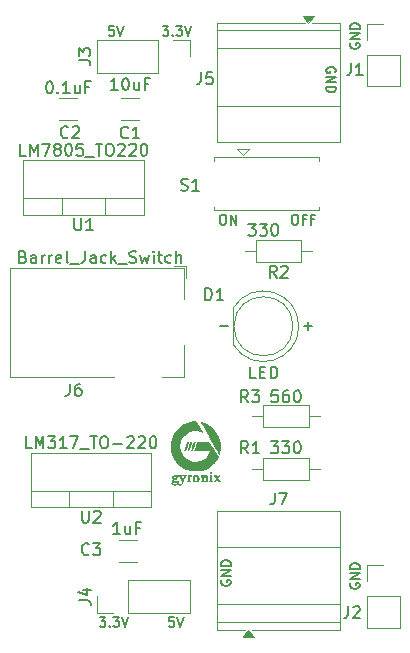
<source format=gbr>
%TF.GenerationSoftware,KiCad,Pcbnew,9.0.2*%
%TF.CreationDate,2025-06-13T16:54:46+08:00*%
%TF.ProjectId,Breadboard Power Supply,42726561-6462-46f6-9172-6420506f7765,1*%
%TF.SameCoordinates,Original*%
%TF.FileFunction,Legend,Top*%
%TF.FilePolarity,Positive*%
%FSLAX46Y46*%
G04 Gerber Fmt 4.6, Leading zero omitted, Abs format (unit mm)*
G04 Created by KiCad (PCBNEW 9.0.2) date 2025-06-13 16:54:46*
%MOMM*%
%LPD*%
G01*
G04 APERTURE LIST*
%ADD10C,0.152400*%
%ADD11C,0.150000*%
%ADD12C,0.120000*%
%ADD13C,0.000000*%
G04 APERTURE END LIST*
D10*
X146423491Y-66759539D02*
X146462196Y-66682129D01*
X146462196Y-66682129D02*
X146462196Y-66566015D01*
X146462196Y-66566015D02*
X146423491Y-66449901D01*
X146423491Y-66449901D02*
X146346081Y-66372491D01*
X146346081Y-66372491D02*
X146268672Y-66333786D01*
X146268672Y-66333786D02*
X146113853Y-66295082D01*
X146113853Y-66295082D02*
X145997739Y-66295082D01*
X145997739Y-66295082D02*
X145842920Y-66333786D01*
X145842920Y-66333786D02*
X145765510Y-66372491D01*
X145765510Y-66372491D02*
X145688101Y-66449901D01*
X145688101Y-66449901D02*
X145649396Y-66566015D01*
X145649396Y-66566015D02*
X145649396Y-66643424D01*
X145649396Y-66643424D02*
X145688101Y-66759539D01*
X145688101Y-66759539D02*
X145726805Y-66798243D01*
X145726805Y-66798243D02*
X145997739Y-66798243D01*
X145997739Y-66798243D02*
X145997739Y-66643424D01*
X145649396Y-67146586D02*
X146462196Y-67146586D01*
X146462196Y-67146586D02*
X145649396Y-67611043D01*
X145649396Y-67611043D02*
X146462196Y-67611043D01*
X145649396Y-67998091D02*
X146462196Y-67998091D01*
X146462196Y-67998091D02*
X146462196Y-68191615D01*
X146462196Y-68191615D02*
X146423491Y-68307729D01*
X146423491Y-68307729D02*
X146346081Y-68385139D01*
X146346081Y-68385139D02*
X146268672Y-68423844D01*
X146268672Y-68423844D02*
X146113853Y-68462548D01*
X146113853Y-68462548D02*
X145997739Y-68462548D01*
X145997739Y-68462548D02*
X145842920Y-68423844D01*
X145842920Y-68423844D02*
X145765510Y-68385139D01*
X145765510Y-68385139D02*
X145688101Y-68307729D01*
X145688101Y-68307729D02*
X145649396Y-68191615D01*
X145649396Y-68191615D02*
X145649396Y-67998091D01*
X143803786Y-88228965D02*
X144423063Y-88228965D01*
X144113424Y-88538603D02*
X144113424Y-87919327D01*
X131788377Y-62833803D02*
X132291539Y-62833803D01*
X132291539Y-62833803D02*
X132020605Y-63143441D01*
X132020605Y-63143441D02*
X132136720Y-63143441D01*
X132136720Y-63143441D02*
X132214129Y-63182146D01*
X132214129Y-63182146D02*
X132252834Y-63220851D01*
X132252834Y-63220851D02*
X132291539Y-63298260D01*
X132291539Y-63298260D02*
X132291539Y-63491784D01*
X132291539Y-63491784D02*
X132252834Y-63569194D01*
X132252834Y-63569194D02*
X132214129Y-63607899D01*
X132214129Y-63607899D02*
X132136720Y-63646603D01*
X132136720Y-63646603D02*
X131904491Y-63646603D01*
X131904491Y-63646603D02*
X131827082Y-63607899D01*
X131827082Y-63607899D02*
X131788377Y-63569194D01*
X132639881Y-63569194D02*
X132678586Y-63607899D01*
X132678586Y-63607899D02*
X132639881Y-63646603D01*
X132639881Y-63646603D02*
X132601177Y-63607899D01*
X132601177Y-63607899D02*
X132639881Y-63569194D01*
X132639881Y-63569194D02*
X132639881Y-63646603D01*
X132949520Y-62833803D02*
X133452682Y-62833803D01*
X133452682Y-62833803D02*
X133181748Y-63143441D01*
X133181748Y-63143441D02*
X133297863Y-63143441D01*
X133297863Y-63143441D02*
X133375272Y-63182146D01*
X133375272Y-63182146D02*
X133413977Y-63220851D01*
X133413977Y-63220851D02*
X133452682Y-63298260D01*
X133452682Y-63298260D02*
X133452682Y-63491784D01*
X133452682Y-63491784D02*
X133413977Y-63569194D01*
X133413977Y-63569194D02*
X133375272Y-63607899D01*
X133375272Y-63607899D02*
X133297863Y-63646603D01*
X133297863Y-63646603D02*
X133065634Y-63646603D01*
X133065634Y-63646603D02*
X132988225Y-63607899D01*
X132988225Y-63607899D02*
X132949520Y-63569194D01*
X133684910Y-62833803D02*
X133955843Y-63646603D01*
X133955843Y-63646603D02*
X134226777Y-62833803D01*
X147708508Y-110024460D02*
X147669803Y-110101870D01*
X147669803Y-110101870D02*
X147669803Y-110217984D01*
X147669803Y-110217984D02*
X147708508Y-110334098D01*
X147708508Y-110334098D02*
X147785918Y-110411508D01*
X147785918Y-110411508D02*
X147863327Y-110450213D01*
X147863327Y-110450213D02*
X148018146Y-110488917D01*
X148018146Y-110488917D02*
X148134260Y-110488917D01*
X148134260Y-110488917D02*
X148289079Y-110450213D01*
X148289079Y-110450213D02*
X148366489Y-110411508D01*
X148366489Y-110411508D02*
X148443899Y-110334098D01*
X148443899Y-110334098D02*
X148482603Y-110217984D01*
X148482603Y-110217984D02*
X148482603Y-110140575D01*
X148482603Y-110140575D02*
X148443899Y-110024460D01*
X148443899Y-110024460D02*
X148405194Y-109985756D01*
X148405194Y-109985756D02*
X148134260Y-109985756D01*
X148134260Y-109985756D02*
X148134260Y-110140575D01*
X148482603Y-109637413D02*
X147669803Y-109637413D01*
X147669803Y-109637413D02*
X148482603Y-109172956D01*
X148482603Y-109172956D02*
X147669803Y-109172956D01*
X148482603Y-108785908D02*
X147669803Y-108785908D01*
X147669803Y-108785908D02*
X147669803Y-108592384D01*
X147669803Y-108592384D02*
X147708508Y-108476270D01*
X147708508Y-108476270D02*
X147785918Y-108398860D01*
X147785918Y-108398860D02*
X147863327Y-108360155D01*
X147863327Y-108360155D02*
X148018146Y-108321451D01*
X148018146Y-108321451D02*
X148134260Y-108321451D01*
X148134260Y-108321451D02*
X148289079Y-108360155D01*
X148289079Y-108360155D02*
X148366489Y-108398860D01*
X148366489Y-108398860D02*
X148443899Y-108476270D01*
X148443899Y-108476270D02*
X148482603Y-108592384D01*
X148482603Y-108592384D02*
X148482603Y-108785908D01*
X136691786Y-88228965D02*
X137311063Y-88228965D01*
X126454377Y-112871803D02*
X126957539Y-112871803D01*
X126957539Y-112871803D02*
X126686605Y-113181441D01*
X126686605Y-113181441D02*
X126802720Y-113181441D01*
X126802720Y-113181441D02*
X126880129Y-113220146D01*
X126880129Y-113220146D02*
X126918834Y-113258851D01*
X126918834Y-113258851D02*
X126957539Y-113336260D01*
X126957539Y-113336260D02*
X126957539Y-113529784D01*
X126957539Y-113529784D02*
X126918834Y-113607194D01*
X126918834Y-113607194D02*
X126880129Y-113645899D01*
X126880129Y-113645899D02*
X126802720Y-113684603D01*
X126802720Y-113684603D02*
X126570491Y-113684603D01*
X126570491Y-113684603D02*
X126493082Y-113645899D01*
X126493082Y-113645899D02*
X126454377Y-113607194D01*
X127305881Y-113607194D02*
X127344586Y-113645899D01*
X127344586Y-113645899D02*
X127305881Y-113684603D01*
X127305881Y-113684603D02*
X127267177Y-113645899D01*
X127267177Y-113645899D02*
X127305881Y-113607194D01*
X127305881Y-113607194D02*
X127305881Y-113684603D01*
X127615520Y-112871803D02*
X128118682Y-112871803D01*
X128118682Y-112871803D02*
X127847748Y-113181441D01*
X127847748Y-113181441D02*
X127963863Y-113181441D01*
X127963863Y-113181441D02*
X128041272Y-113220146D01*
X128041272Y-113220146D02*
X128079977Y-113258851D01*
X128079977Y-113258851D02*
X128118682Y-113336260D01*
X128118682Y-113336260D02*
X128118682Y-113529784D01*
X128118682Y-113529784D02*
X128079977Y-113607194D01*
X128079977Y-113607194D02*
X128041272Y-113645899D01*
X128041272Y-113645899D02*
X127963863Y-113684603D01*
X127963863Y-113684603D02*
X127731634Y-113684603D01*
X127731634Y-113684603D02*
X127654225Y-113645899D01*
X127654225Y-113645899D02*
X127615520Y-113607194D01*
X128350910Y-112871803D02*
X128621843Y-113684603D01*
X128621843Y-113684603D02*
X128892777Y-112871803D01*
X142942605Y-78835803D02*
X143097424Y-78835803D01*
X143097424Y-78835803D02*
X143174834Y-78874508D01*
X143174834Y-78874508D02*
X143252243Y-78951918D01*
X143252243Y-78951918D02*
X143290948Y-79106737D01*
X143290948Y-79106737D02*
X143290948Y-79377670D01*
X143290948Y-79377670D02*
X143252243Y-79532489D01*
X143252243Y-79532489D02*
X143174834Y-79609899D01*
X143174834Y-79609899D02*
X143097424Y-79648603D01*
X143097424Y-79648603D02*
X142942605Y-79648603D01*
X142942605Y-79648603D02*
X142865196Y-79609899D01*
X142865196Y-79609899D02*
X142787786Y-79532489D01*
X142787786Y-79532489D02*
X142749082Y-79377670D01*
X142749082Y-79377670D02*
X142749082Y-79106737D01*
X142749082Y-79106737D02*
X142787786Y-78951918D01*
X142787786Y-78951918D02*
X142865196Y-78874508D01*
X142865196Y-78874508D02*
X142942605Y-78835803D01*
X143910225Y-79222851D02*
X143639291Y-79222851D01*
X143639291Y-79648603D02*
X143639291Y-78835803D01*
X143639291Y-78835803D02*
X144026339Y-78835803D01*
X144606911Y-79222851D02*
X144335977Y-79222851D01*
X144335977Y-79648603D02*
X144335977Y-78835803D01*
X144335977Y-78835803D02*
X144723025Y-78835803D01*
X127680834Y-62833803D02*
X127293786Y-62833803D01*
X127293786Y-62833803D02*
X127255082Y-63220851D01*
X127255082Y-63220851D02*
X127293786Y-63182146D01*
X127293786Y-63182146D02*
X127371196Y-63143441D01*
X127371196Y-63143441D02*
X127564720Y-63143441D01*
X127564720Y-63143441D02*
X127642129Y-63182146D01*
X127642129Y-63182146D02*
X127680834Y-63220851D01*
X127680834Y-63220851D02*
X127719539Y-63298260D01*
X127719539Y-63298260D02*
X127719539Y-63491784D01*
X127719539Y-63491784D02*
X127680834Y-63569194D01*
X127680834Y-63569194D02*
X127642129Y-63607899D01*
X127642129Y-63607899D02*
X127564720Y-63646603D01*
X127564720Y-63646603D02*
X127371196Y-63646603D01*
X127371196Y-63646603D02*
X127293786Y-63607899D01*
X127293786Y-63607899D02*
X127255082Y-63569194D01*
X127951767Y-62833803D02*
X128222700Y-63646603D01*
X128222700Y-63646603D02*
X128493634Y-62833803D01*
X132760834Y-112871803D02*
X132373786Y-112871803D01*
X132373786Y-112871803D02*
X132335082Y-113258851D01*
X132335082Y-113258851D02*
X132373786Y-113220146D01*
X132373786Y-113220146D02*
X132451196Y-113181441D01*
X132451196Y-113181441D02*
X132644720Y-113181441D01*
X132644720Y-113181441D02*
X132722129Y-113220146D01*
X132722129Y-113220146D02*
X132760834Y-113258851D01*
X132760834Y-113258851D02*
X132799539Y-113336260D01*
X132799539Y-113336260D02*
X132799539Y-113529784D01*
X132799539Y-113529784D02*
X132760834Y-113607194D01*
X132760834Y-113607194D02*
X132722129Y-113645899D01*
X132722129Y-113645899D02*
X132644720Y-113684603D01*
X132644720Y-113684603D02*
X132451196Y-113684603D01*
X132451196Y-113684603D02*
X132373786Y-113645899D01*
X132373786Y-113645899D02*
X132335082Y-113607194D01*
X133031767Y-112871803D02*
X133302700Y-113684603D01*
X133302700Y-113684603D02*
X133573634Y-112871803D01*
X136846605Y-78835803D02*
X137001424Y-78835803D01*
X137001424Y-78835803D02*
X137078834Y-78874508D01*
X137078834Y-78874508D02*
X137156243Y-78951918D01*
X137156243Y-78951918D02*
X137194948Y-79106737D01*
X137194948Y-79106737D02*
X137194948Y-79377670D01*
X137194948Y-79377670D02*
X137156243Y-79532489D01*
X137156243Y-79532489D02*
X137078834Y-79609899D01*
X137078834Y-79609899D02*
X137001424Y-79648603D01*
X137001424Y-79648603D02*
X136846605Y-79648603D01*
X136846605Y-79648603D02*
X136769196Y-79609899D01*
X136769196Y-79609899D02*
X136691786Y-79532489D01*
X136691786Y-79532489D02*
X136653082Y-79377670D01*
X136653082Y-79377670D02*
X136653082Y-79106737D01*
X136653082Y-79106737D02*
X136691786Y-78951918D01*
X136691786Y-78951918D02*
X136769196Y-78874508D01*
X136769196Y-78874508D02*
X136846605Y-78835803D01*
X137543291Y-79648603D02*
X137543291Y-78835803D01*
X137543291Y-78835803D02*
X138007748Y-79648603D01*
X138007748Y-79648603D02*
X138007748Y-78835803D01*
X136786508Y-109770460D02*
X136747803Y-109847870D01*
X136747803Y-109847870D02*
X136747803Y-109963984D01*
X136747803Y-109963984D02*
X136786508Y-110080098D01*
X136786508Y-110080098D02*
X136863918Y-110157508D01*
X136863918Y-110157508D02*
X136941327Y-110196213D01*
X136941327Y-110196213D02*
X137096146Y-110234917D01*
X137096146Y-110234917D02*
X137212260Y-110234917D01*
X137212260Y-110234917D02*
X137367079Y-110196213D01*
X137367079Y-110196213D02*
X137444489Y-110157508D01*
X137444489Y-110157508D02*
X137521899Y-110080098D01*
X137521899Y-110080098D02*
X137560603Y-109963984D01*
X137560603Y-109963984D02*
X137560603Y-109886575D01*
X137560603Y-109886575D02*
X137521899Y-109770460D01*
X137521899Y-109770460D02*
X137483194Y-109731756D01*
X137483194Y-109731756D02*
X137212260Y-109731756D01*
X137212260Y-109731756D02*
X137212260Y-109886575D01*
X137560603Y-109383413D02*
X136747803Y-109383413D01*
X136747803Y-109383413D02*
X137560603Y-108918956D01*
X137560603Y-108918956D02*
X136747803Y-108918956D01*
X137560603Y-108531908D02*
X136747803Y-108531908D01*
X136747803Y-108531908D02*
X136747803Y-108338384D01*
X136747803Y-108338384D02*
X136786508Y-108222270D01*
X136786508Y-108222270D02*
X136863918Y-108144860D01*
X136863918Y-108144860D02*
X136941327Y-108106155D01*
X136941327Y-108106155D02*
X137096146Y-108067451D01*
X137096146Y-108067451D02*
X137212260Y-108067451D01*
X137212260Y-108067451D02*
X137367079Y-108106155D01*
X137367079Y-108106155D02*
X137444489Y-108144860D01*
X137444489Y-108144860D02*
X137521899Y-108222270D01*
X137521899Y-108222270D02*
X137560603Y-108338384D01*
X137560603Y-108338384D02*
X137560603Y-108531908D01*
X147708508Y-64304460D02*
X147669803Y-64381870D01*
X147669803Y-64381870D02*
X147669803Y-64497984D01*
X147669803Y-64497984D02*
X147708508Y-64614098D01*
X147708508Y-64614098D02*
X147785918Y-64691508D01*
X147785918Y-64691508D02*
X147863327Y-64730213D01*
X147863327Y-64730213D02*
X148018146Y-64768917D01*
X148018146Y-64768917D02*
X148134260Y-64768917D01*
X148134260Y-64768917D02*
X148289079Y-64730213D01*
X148289079Y-64730213D02*
X148366489Y-64691508D01*
X148366489Y-64691508D02*
X148443899Y-64614098D01*
X148443899Y-64614098D02*
X148482603Y-64497984D01*
X148482603Y-64497984D02*
X148482603Y-64420575D01*
X148482603Y-64420575D02*
X148443899Y-64304460D01*
X148443899Y-64304460D02*
X148405194Y-64265756D01*
X148405194Y-64265756D02*
X148134260Y-64265756D01*
X148134260Y-64265756D02*
X148134260Y-64420575D01*
X148482603Y-63917413D02*
X147669803Y-63917413D01*
X147669803Y-63917413D02*
X148482603Y-63452956D01*
X148482603Y-63452956D02*
X147669803Y-63452956D01*
X148482603Y-63065908D02*
X147669803Y-63065908D01*
X147669803Y-63065908D02*
X147669803Y-62872384D01*
X147669803Y-62872384D02*
X147708508Y-62756270D01*
X147708508Y-62756270D02*
X147785918Y-62678860D01*
X147785918Y-62678860D02*
X147863327Y-62640155D01*
X147863327Y-62640155D02*
X148018146Y-62601451D01*
X148018146Y-62601451D02*
X148134260Y-62601451D01*
X148134260Y-62601451D02*
X148289079Y-62640155D01*
X148289079Y-62640155D02*
X148366489Y-62678860D01*
X148366489Y-62678860D02*
X148443899Y-62756270D01*
X148443899Y-62756270D02*
X148482603Y-62872384D01*
X148482603Y-62872384D02*
X148482603Y-63065908D01*
D11*
X133350095Y-76734200D02*
X133492952Y-76781819D01*
X133492952Y-76781819D02*
X133731047Y-76781819D01*
X133731047Y-76781819D02*
X133826285Y-76734200D01*
X133826285Y-76734200D02*
X133873904Y-76686580D01*
X133873904Y-76686580D02*
X133921523Y-76591342D01*
X133921523Y-76591342D02*
X133921523Y-76496104D01*
X133921523Y-76496104D02*
X133873904Y-76400866D01*
X133873904Y-76400866D02*
X133826285Y-76353247D01*
X133826285Y-76353247D02*
X133731047Y-76305628D01*
X133731047Y-76305628D02*
X133540571Y-76258009D01*
X133540571Y-76258009D02*
X133445333Y-76210390D01*
X133445333Y-76210390D02*
X133397714Y-76162771D01*
X133397714Y-76162771D02*
X133350095Y-76067533D01*
X133350095Y-76067533D02*
X133350095Y-75972295D01*
X133350095Y-75972295D02*
X133397714Y-75877057D01*
X133397714Y-75877057D02*
X133445333Y-75829438D01*
X133445333Y-75829438D02*
X133540571Y-75781819D01*
X133540571Y-75781819D02*
X133778666Y-75781819D01*
X133778666Y-75781819D02*
X133921523Y-75829438D01*
X134873904Y-76781819D02*
X134302476Y-76781819D01*
X134588190Y-76781819D02*
X134588190Y-75781819D01*
X134588190Y-75781819D02*
X134492952Y-75924676D01*
X134492952Y-75924676D02*
X134397714Y-76019914D01*
X134397714Y-76019914D02*
X134302476Y-76067533D01*
X141271666Y-102354819D02*
X141271666Y-103069104D01*
X141271666Y-103069104D02*
X141224047Y-103211961D01*
X141224047Y-103211961D02*
X141128809Y-103307200D01*
X141128809Y-103307200D02*
X140985952Y-103354819D01*
X140985952Y-103354819D02*
X140890714Y-103354819D01*
X141652619Y-102354819D02*
X142319285Y-102354819D01*
X142319285Y-102354819D02*
X141890714Y-103354819D01*
X135048666Y-66764819D02*
X135048666Y-67479104D01*
X135048666Y-67479104D02*
X135001047Y-67621961D01*
X135001047Y-67621961D02*
X134905809Y-67717200D01*
X134905809Y-67717200D02*
X134762952Y-67764819D01*
X134762952Y-67764819D02*
X134667714Y-67764819D01*
X136001047Y-66764819D02*
X135524857Y-66764819D01*
X135524857Y-66764819D02*
X135477238Y-67241009D01*
X135477238Y-67241009D02*
X135524857Y-67193390D01*
X135524857Y-67193390D02*
X135620095Y-67145771D01*
X135620095Y-67145771D02*
X135858190Y-67145771D01*
X135858190Y-67145771D02*
X135953428Y-67193390D01*
X135953428Y-67193390D02*
X136001047Y-67241009D01*
X136001047Y-67241009D02*
X136048666Y-67336247D01*
X136048666Y-67336247D02*
X136048666Y-67574342D01*
X136048666Y-67574342D02*
X136001047Y-67669580D01*
X136001047Y-67669580D02*
X135953428Y-67717200D01*
X135953428Y-67717200D02*
X135858190Y-67764819D01*
X135858190Y-67764819D02*
X135620095Y-67764819D01*
X135620095Y-67764819D02*
X135524857Y-67717200D01*
X135524857Y-67717200D02*
X135477238Y-67669580D01*
X139025333Y-94688819D02*
X138692000Y-94212628D01*
X138453905Y-94688819D02*
X138453905Y-93688819D01*
X138453905Y-93688819D02*
X138834857Y-93688819D01*
X138834857Y-93688819D02*
X138930095Y-93736438D01*
X138930095Y-93736438D02*
X138977714Y-93784057D01*
X138977714Y-93784057D02*
X139025333Y-93879295D01*
X139025333Y-93879295D02*
X139025333Y-94022152D01*
X139025333Y-94022152D02*
X138977714Y-94117390D01*
X138977714Y-94117390D02*
X138930095Y-94165009D01*
X138930095Y-94165009D02*
X138834857Y-94212628D01*
X138834857Y-94212628D02*
X138453905Y-94212628D01*
X139358667Y-93688819D02*
X139977714Y-93688819D01*
X139977714Y-93688819D02*
X139644381Y-94069771D01*
X139644381Y-94069771D02*
X139787238Y-94069771D01*
X139787238Y-94069771D02*
X139882476Y-94117390D01*
X139882476Y-94117390D02*
X139930095Y-94165009D01*
X139930095Y-94165009D02*
X139977714Y-94260247D01*
X139977714Y-94260247D02*
X139977714Y-94498342D01*
X139977714Y-94498342D02*
X139930095Y-94593580D01*
X139930095Y-94593580D02*
X139882476Y-94641200D01*
X139882476Y-94641200D02*
X139787238Y-94688819D01*
X139787238Y-94688819D02*
X139501524Y-94688819D01*
X139501524Y-94688819D02*
X139406286Y-94641200D01*
X139406286Y-94641200D02*
X139358667Y-94593580D01*
X141525714Y-93688819D02*
X141049524Y-93688819D01*
X141049524Y-93688819D02*
X141001905Y-94165009D01*
X141001905Y-94165009D02*
X141049524Y-94117390D01*
X141049524Y-94117390D02*
X141144762Y-94069771D01*
X141144762Y-94069771D02*
X141382857Y-94069771D01*
X141382857Y-94069771D02*
X141478095Y-94117390D01*
X141478095Y-94117390D02*
X141525714Y-94165009D01*
X141525714Y-94165009D02*
X141573333Y-94260247D01*
X141573333Y-94260247D02*
X141573333Y-94498342D01*
X141573333Y-94498342D02*
X141525714Y-94593580D01*
X141525714Y-94593580D02*
X141478095Y-94641200D01*
X141478095Y-94641200D02*
X141382857Y-94688819D01*
X141382857Y-94688819D02*
X141144762Y-94688819D01*
X141144762Y-94688819D02*
X141049524Y-94641200D01*
X141049524Y-94641200D02*
X141001905Y-94593580D01*
X142430476Y-93688819D02*
X142240000Y-93688819D01*
X142240000Y-93688819D02*
X142144762Y-93736438D01*
X142144762Y-93736438D02*
X142097143Y-93784057D01*
X142097143Y-93784057D02*
X142001905Y-93926914D01*
X142001905Y-93926914D02*
X141954286Y-94117390D01*
X141954286Y-94117390D02*
X141954286Y-94498342D01*
X141954286Y-94498342D02*
X142001905Y-94593580D01*
X142001905Y-94593580D02*
X142049524Y-94641200D01*
X142049524Y-94641200D02*
X142144762Y-94688819D01*
X142144762Y-94688819D02*
X142335238Y-94688819D01*
X142335238Y-94688819D02*
X142430476Y-94641200D01*
X142430476Y-94641200D02*
X142478095Y-94593580D01*
X142478095Y-94593580D02*
X142525714Y-94498342D01*
X142525714Y-94498342D02*
X142525714Y-94260247D01*
X142525714Y-94260247D02*
X142478095Y-94165009D01*
X142478095Y-94165009D02*
X142430476Y-94117390D01*
X142430476Y-94117390D02*
X142335238Y-94069771D01*
X142335238Y-94069771D02*
X142144762Y-94069771D01*
X142144762Y-94069771D02*
X142049524Y-94117390D01*
X142049524Y-94117390D02*
X142001905Y-94165009D01*
X142001905Y-94165009D02*
X141954286Y-94260247D01*
X143144762Y-93688819D02*
X143240000Y-93688819D01*
X143240000Y-93688819D02*
X143335238Y-93736438D01*
X143335238Y-93736438D02*
X143382857Y-93784057D01*
X143382857Y-93784057D02*
X143430476Y-93879295D01*
X143430476Y-93879295D02*
X143478095Y-94069771D01*
X143478095Y-94069771D02*
X143478095Y-94307866D01*
X143478095Y-94307866D02*
X143430476Y-94498342D01*
X143430476Y-94498342D02*
X143382857Y-94593580D01*
X143382857Y-94593580D02*
X143335238Y-94641200D01*
X143335238Y-94641200D02*
X143240000Y-94688819D01*
X143240000Y-94688819D02*
X143144762Y-94688819D01*
X143144762Y-94688819D02*
X143049524Y-94641200D01*
X143049524Y-94641200D02*
X143001905Y-94593580D01*
X143001905Y-94593580D02*
X142954286Y-94498342D01*
X142954286Y-94498342D02*
X142906667Y-94307866D01*
X142906667Y-94307866D02*
X142906667Y-94069771D01*
X142906667Y-94069771D02*
X142954286Y-93879295D01*
X142954286Y-93879295D02*
X143001905Y-93784057D01*
X143001905Y-93784057D02*
X143049524Y-93736438D01*
X143049524Y-93736438D02*
X143144762Y-93688819D01*
X128885333Y-72259580D02*
X128837714Y-72307200D01*
X128837714Y-72307200D02*
X128694857Y-72354819D01*
X128694857Y-72354819D02*
X128599619Y-72354819D01*
X128599619Y-72354819D02*
X128456762Y-72307200D01*
X128456762Y-72307200D02*
X128361524Y-72211961D01*
X128361524Y-72211961D02*
X128313905Y-72116723D01*
X128313905Y-72116723D02*
X128266286Y-71926247D01*
X128266286Y-71926247D02*
X128266286Y-71783390D01*
X128266286Y-71783390D02*
X128313905Y-71592914D01*
X128313905Y-71592914D02*
X128361524Y-71497676D01*
X128361524Y-71497676D02*
X128456762Y-71402438D01*
X128456762Y-71402438D02*
X128599619Y-71354819D01*
X128599619Y-71354819D02*
X128694857Y-71354819D01*
X128694857Y-71354819D02*
X128837714Y-71402438D01*
X128837714Y-71402438D02*
X128885333Y-71450057D01*
X129837714Y-72354819D02*
X129266286Y-72354819D01*
X129552000Y-72354819D02*
X129552000Y-71354819D01*
X129552000Y-71354819D02*
X129456762Y-71497676D01*
X129456762Y-71497676D02*
X129361524Y-71592914D01*
X129361524Y-71592914D02*
X129266286Y-71640533D01*
X127980571Y-68254819D02*
X127409143Y-68254819D01*
X127694857Y-68254819D02*
X127694857Y-67254819D01*
X127694857Y-67254819D02*
X127599619Y-67397676D01*
X127599619Y-67397676D02*
X127504381Y-67492914D01*
X127504381Y-67492914D02*
X127409143Y-67540533D01*
X128599619Y-67254819D02*
X128694857Y-67254819D01*
X128694857Y-67254819D02*
X128790095Y-67302438D01*
X128790095Y-67302438D02*
X128837714Y-67350057D01*
X128837714Y-67350057D02*
X128885333Y-67445295D01*
X128885333Y-67445295D02*
X128932952Y-67635771D01*
X128932952Y-67635771D02*
X128932952Y-67873866D01*
X128932952Y-67873866D02*
X128885333Y-68064342D01*
X128885333Y-68064342D02*
X128837714Y-68159580D01*
X128837714Y-68159580D02*
X128790095Y-68207200D01*
X128790095Y-68207200D02*
X128694857Y-68254819D01*
X128694857Y-68254819D02*
X128599619Y-68254819D01*
X128599619Y-68254819D02*
X128504381Y-68207200D01*
X128504381Y-68207200D02*
X128456762Y-68159580D01*
X128456762Y-68159580D02*
X128409143Y-68064342D01*
X128409143Y-68064342D02*
X128361524Y-67873866D01*
X128361524Y-67873866D02*
X128361524Y-67635771D01*
X128361524Y-67635771D02*
X128409143Y-67445295D01*
X128409143Y-67445295D02*
X128456762Y-67350057D01*
X128456762Y-67350057D02*
X128504381Y-67302438D01*
X128504381Y-67302438D02*
X128599619Y-67254819D01*
X129790095Y-67588152D02*
X129790095Y-68254819D01*
X129361524Y-67588152D02*
X129361524Y-68111961D01*
X129361524Y-68111961D02*
X129409143Y-68207200D01*
X129409143Y-68207200D02*
X129504381Y-68254819D01*
X129504381Y-68254819D02*
X129647238Y-68254819D01*
X129647238Y-68254819D02*
X129742476Y-68207200D01*
X129742476Y-68207200D02*
X129790095Y-68159580D01*
X130599619Y-67731009D02*
X130266286Y-67731009D01*
X130266286Y-68254819D02*
X130266286Y-67254819D01*
X130266286Y-67254819D02*
X130742476Y-67254819D01*
X135405905Y-86052819D02*
X135405905Y-85052819D01*
X135405905Y-85052819D02*
X135644000Y-85052819D01*
X135644000Y-85052819D02*
X135786857Y-85100438D01*
X135786857Y-85100438D02*
X135882095Y-85195676D01*
X135882095Y-85195676D02*
X135929714Y-85290914D01*
X135929714Y-85290914D02*
X135977333Y-85481390D01*
X135977333Y-85481390D02*
X135977333Y-85624247D01*
X135977333Y-85624247D02*
X135929714Y-85814723D01*
X135929714Y-85814723D02*
X135882095Y-85909961D01*
X135882095Y-85909961D02*
X135786857Y-86005200D01*
X135786857Y-86005200D02*
X135644000Y-86052819D01*
X135644000Y-86052819D02*
X135405905Y-86052819D01*
X136929714Y-86052819D02*
X136358286Y-86052819D01*
X136644000Y-86052819D02*
X136644000Y-85052819D01*
X136644000Y-85052819D02*
X136548762Y-85195676D01*
X136548762Y-85195676D02*
X136453524Y-85290914D01*
X136453524Y-85290914D02*
X136358286Y-85338533D01*
X139692142Y-92679819D02*
X139215952Y-92679819D01*
X139215952Y-92679819D02*
X139215952Y-91679819D01*
X140025476Y-92156009D02*
X140358809Y-92156009D01*
X140501666Y-92679819D02*
X140025476Y-92679819D01*
X140025476Y-92679819D02*
X140025476Y-91679819D01*
X140025476Y-91679819D02*
X140501666Y-91679819D01*
X140930238Y-92679819D02*
X140930238Y-91679819D01*
X140930238Y-91679819D02*
X141168333Y-91679819D01*
X141168333Y-91679819D02*
X141311190Y-91727438D01*
X141311190Y-91727438D02*
X141406428Y-91822676D01*
X141406428Y-91822676D02*
X141454047Y-91917914D01*
X141454047Y-91917914D02*
X141501666Y-92108390D01*
X141501666Y-92108390D02*
X141501666Y-92251247D01*
X141501666Y-92251247D02*
X141454047Y-92441723D01*
X141454047Y-92441723D02*
X141406428Y-92536961D01*
X141406428Y-92536961D02*
X141311190Y-92632200D01*
X141311190Y-92632200D02*
X141168333Y-92679819D01*
X141168333Y-92679819D02*
X140930238Y-92679819D01*
X124333095Y-79119819D02*
X124333095Y-79929342D01*
X124333095Y-79929342D02*
X124380714Y-80024580D01*
X124380714Y-80024580D02*
X124428333Y-80072200D01*
X124428333Y-80072200D02*
X124523571Y-80119819D01*
X124523571Y-80119819D02*
X124714047Y-80119819D01*
X124714047Y-80119819D02*
X124809285Y-80072200D01*
X124809285Y-80072200D02*
X124856904Y-80024580D01*
X124856904Y-80024580D02*
X124904523Y-79929342D01*
X124904523Y-79929342D02*
X124904523Y-79119819D01*
X125904523Y-80119819D02*
X125333095Y-80119819D01*
X125618809Y-80119819D02*
X125618809Y-79119819D01*
X125618809Y-79119819D02*
X125523571Y-79262676D01*
X125523571Y-79262676D02*
X125428333Y-79357914D01*
X125428333Y-79357914D02*
X125333095Y-79405533D01*
X120214047Y-73819819D02*
X119737857Y-73819819D01*
X119737857Y-73819819D02*
X119737857Y-72819819D01*
X120547381Y-73819819D02*
X120547381Y-72819819D01*
X120547381Y-72819819D02*
X120880714Y-73534104D01*
X120880714Y-73534104D02*
X121214047Y-72819819D01*
X121214047Y-72819819D02*
X121214047Y-73819819D01*
X121595000Y-72819819D02*
X122261666Y-72819819D01*
X122261666Y-72819819D02*
X121833095Y-73819819D01*
X122785476Y-73248390D02*
X122690238Y-73200771D01*
X122690238Y-73200771D02*
X122642619Y-73153152D01*
X122642619Y-73153152D02*
X122595000Y-73057914D01*
X122595000Y-73057914D02*
X122595000Y-73010295D01*
X122595000Y-73010295D02*
X122642619Y-72915057D01*
X122642619Y-72915057D02*
X122690238Y-72867438D01*
X122690238Y-72867438D02*
X122785476Y-72819819D01*
X122785476Y-72819819D02*
X122975952Y-72819819D01*
X122975952Y-72819819D02*
X123071190Y-72867438D01*
X123071190Y-72867438D02*
X123118809Y-72915057D01*
X123118809Y-72915057D02*
X123166428Y-73010295D01*
X123166428Y-73010295D02*
X123166428Y-73057914D01*
X123166428Y-73057914D02*
X123118809Y-73153152D01*
X123118809Y-73153152D02*
X123071190Y-73200771D01*
X123071190Y-73200771D02*
X122975952Y-73248390D01*
X122975952Y-73248390D02*
X122785476Y-73248390D01*
X122785476Y-73248390D02*
X122690238Y-73296009D01*
X122690238Y-73296009D02*
X122642619Y-73343628D01*
X122642619Y-73343628D02*
X122595000Y-73438866D01*
X122595000Y-73438866D02*
X122595000Y-73629342D01*
X122595000Y-73629342D02*
X122642619Y-73724580D01*
X122642619Y-73724580D02*
X122690238Y-73772200D01*
X122690238Y-73772200D02*
X122785476Y-73819819D01*
X122785476Y-73819819D02*
X122975952Y-73819819D01*
X122975952Y-73819819D02*
X123071190Y-73772200D01*
X123071190Y-73772200D02*
X123118809Y-73724580D01*
X123118809Y-73724580D02*
X123166428Y-73629342D01*
X123166428Y-73629342D02*
X123166428Y-73438866D01*
X123166428Y-73438866D02*
X123118809Y-73343628D01*
X123118809Y-73343628D02*
X123071190Y-73296009D01*
X123071190Y-73296009D02*
X122975952Y-73248390D01*
X123785476Y-72819819D02*
X123880714Y-72819819D01*
X123880714Y-72819819D02*
X123975952Y-72867438D01*
X123975952Y-72867438D02*
X124023571Y-72915057D01*
X124023571Y-72915057D02*
X124071190Y-73010295D01*
X124071190Y-73010295D02*
X124118809Y-73200771D01*
X124118809Y-73200771D02*
X124118809Y-73438866D01*
X124118809Y-73438866D02*
X124071190Y-73629342D01*
X124071190Y-73629342D02*
X124023571Y-73724580D01*
X124023571Y-73724580D02*
X123975952Y-73772200D01*
X123975952Y-73772200D02*
X123880714Y-73819819D01*
X123880714Y-73819819D02*
X123785476Y-73819819D01*
X123785476Y-73819819D02*
X123690238Y-73772200D01*
X123690238Y-73772200D02*
X123642619Y-73724580D01*
X123642619Y-73724580D02*
X123595000Y-73629342D01*
X123595000Y-73629342D02*
X123547381Y-73438866D01*
X123547381Y-73438866D02*
X123547381Y-73200771D01*
X123547381Y-73200771D02*
X123595000Y-73010295D01*
X123595000Y-73010295D02*
X123642619Y-72915057D01*
X123642619Y-72915057D02*
X123690238Y-72867438D01*
X123690238Y-72867438D02*
X123785476Y-72819819D01*
X125023571Y-72819819D02*
X124547381Y-72819819D01*
X124547381Y-72819819D02*
X124499762Y-73296009D01*
X124499762Y-73296009D02*
X124547381Y-73248390D01*
X124547381Y-73248390D02*
X124642619Y-73200771D01*
X124642619Y-73200771D02*
X124880714Y-73200771D01*
X124880714Y-73200771D02*
X124975952Y-73248390D01*
X124975952Y-73248390D02*
X125023571Y-73296009D01*
X125023571Y-73296009D02*
X125071190Y-73391247D01*
X125071190Y-73391247D02*
X125071190Y-73629342D01*
X125071190Y-73629342D02*
X125023571Y-73724580D01*
X125023571Y-73724580D02*
X124975952Y-73772200D01*
X124975952Y-73772200D02*
X124880714Y-73819819D01*
X124880714Y-73819819D02*
X124642619Y-73819819D01*
X124642619Y-73819819D02*
X124547381Y-73772200D01*
X124547381Y-73772200D02*
X124499762Y-73724580D01*
X125261667Y-73915057D02*
X126023571Y-73915057D01*
X126118810Y-72819819D02*
X126690238Y-72819819D01*
X126404524Y-73819819D02*
X126404524Y-72819819D01*
X127214048Y-72819819D02*
X127404524Y-72819819D01*
X127404524Y-72819819D02*
X127499762Y-72867438D01*
X127499762Y-72867438D02*
X127595000Y-72962676D01*
X127595000Y-72962676D02*
X127642619Y-73153152D01*
X127642619Y-73153152D02*
X127642619Y-73486485D01*
X127642619Y-73486485D02*
X127595000Y-73676961D01*
X127595000Y-73676961D02*
X127499762Y-73772200D01*
X127499762Y-73772200D02*
X127404524Y-73819819D01*
X127404524Y-73819819D02*
X127214048Y-73819819D01*
X127214048Y-73819819D02*
X127118810Y-73772200D01*
X127118810Y-73772200D02*
X127023572Y-73676961D01*
X127023572Y-73676961D02*
X126975953Y-73486485D01*
X126975953Y-73486485D02*
X126975953Y-73153152D01*
X126975953Y-73153152D02*
X127023572Y-72962676D01*
X127023572Y-72962676D02*
X127118810Y-72867438D01*
X127118810Y-72867438D02*
X127214048Y-72819819D01*
X128023572Y-72915057D02*
X128071191Y-72867438D01*
X128071191Y-72867438D02*
X128166429Y-72819819D01*
X128166429Y-72819819D02*
X128404524Y-72819819D01*
X128404524Y-72819819D02*
X128499762Y-72867438D01*
X128499762Y-72867438D02*
X128547381Y-72915057D01*
X128547381Y-72915057D02*
X128595000Y-73010295D01*
X128595000Y-73010295D02*
X128595000Y-73105533D01*
X128595000Y-73105533D02*
X128547381Y-73248390D01*
X128547381Y-73248390D02*
X127975953Y-73819819D01*
X127975953Y-73819819D02*
X128595000Y-73819819D01*
X128975953Y-72915057D02*
X129023572Y-72867438D01*
X129023572Y-72867438D02*
X129118810Y-72819819D01*
X129118810Y-72819819D02*
X129356905Y-72819819D01*
X129356905Y-72819819D02*
X129452143Y-72867438D01*
X129452143Y-72867438D02*
X129499762Y-72915057D01*
X129499762Y-72915057D02*
X129547381Y-73010295D01*
X129547381Y-73010295D02*
X129547381Y-73105533D01*
X129547381Y-73105533D02*
X129499762Y-73248390D01*
X129499762Y-73248390D02*
X128928334Y-73819819D01*
X128928334Y-73819819D02*
X129547381Y-73819819D01*
X130166429Y-72819819D02*
X130261667Y-72819819D01*
X130261667Y-72819819D02*
X130356905Y-72867438D01*
X130356905Y-72867438D02*
X130404524Y-72915057D01*
X130404524Y-72915057D02*
X130452143Y-73010295D01*
X130452143Y-73010295D02*
X130499762Y-73200771D01*
X130499762Y-73200771D02*
X130499762Y-73438866D01*
X130499762Y-73438866D02*
X130452143Y-73629342D01*
X130452143Y-73629342D02*
X130404524Y-73724580D01*
X130404524Y-73724580D02*
X130356905Y-73772200D01*
X130356905Y-73772200D02*
X130261667Y-73819819D01*
X130261667Y-73819819D02*
X130166429Y-73819819D01*
X130166429Y-73819819D02*
X130071191Y-73772200D01*
X130071191Y-73772200D02*
X130023572Y-73724580D01*
X130023572Y-73724580D02*
X129975953Y-73629342D01*
X129975953Y-73629342D02*
X129928334Y-73438866D01*
X129928334Y-73438866D02*
X129928334Y-73200771D01*
X129928334Y-73200771D02*
X129975953Y-73010295D01*
X129975953Y-73010295D02*
X130023572Y-72915057D01*
X130023572Y-72915057D02*
X130071191Y-72867438D01*
X130071191Y-72867438D02*
X130166429Y-72819819D01*
X123785333Y-72241580D02*
X123737714Y-72289200D01*
X123737714Y-72289200D02*
X123594857Y-72336819D01*
X123594857Y-72336819D02*
X123499619Y-72336819D01*
X123499619Y-72336819D02*
X123356762Y-72289200D01*
X123356762Y-72289200D02*
X123261524Y-72193961D01*
X123261524Y-72193961D02*
X123213905Y-72098723D01*
X123213905Y-72098723D02*
X123166286Y-71908247D01*
X123166286Y-71908247D02*
X123166286Y-71765390D01*
X123166286Y-71765390D02*
X123213905Y-71574914D01*
X123213905Y-71574914D02*
X123261524Y-71479676D01*
X123261524Y-71479676D02*
X123356762Y-71384438D01*
X123356762Y-71384438D02*
X123499619Y-71336819D01*
X123499619Y-71336819D02*
X123594857Y-71336819D01*
X123594857Y-71336819D02*
X123737714Y-71384438D01*
X123737714Y-71384438D02*
X123785333Y-71432057D01*
X124166286Y-71432057D02*
X124213905Y-71384438D01*
X124213905Y-71384438D02*
X124309143Y-71336819D01*
X124309143Y-71336819D02*
X124547238Y-71336819D01*
X124547238Y-71336819D02*
X124642476Y-71384438D01*
X124642476Y-71384438D02*
X124690095Y-71432057D01*
X124690095Y-71432057D02*
X124737714Y-71527295D01*
X124737714Y-71527295D02*
X124737714Y-71622533D01*
X124737714Y-71622533D02*
X124690095Y-71765390D01*
X124690095Y-71765390D02*
X124118667Y-72336819D01*
X124118667Y-72336819D02*
X124737714Y-72336819D01*
X122162143Y-67526819D02*
X122257381Y-67526819D01*
X122257381Y-67526819D02*
X122352619Y-67574438D01*
X122352619Y-67574438D02*
X122400238Y-67622057D01*
X122400238Y-67622057D02*
X122447857Y-67717295D01*
X122447857Y-67717295D02*
X122495476Y-67907771D01*
X122495476Y-67907771D02*
X122495476Y-68145866D01*
X122495476Y-68145866D02*
X122447857Y-68336342D01*
X122447857Y-68336342D02*
X122400238Y-68431580D01*
X122400238Y-68431580D02*
X122352619Y-68479200D01*
X122352619Y-68479200D02*
X122257381Y-68526819D01*
X122257381Y-68526819D02*
X122162143Y-68526819D01*
X122162143Y-68526819D02*
X122066905Y-68479200D01*
X122066905Y-68479200D02*
X122019286Y-68431580D01*
X122019286Y-68431580D02*
X121971667Y-68336342D01*
X121971667Y-68336342D02*
X121924048Y-68145866D01*
X121924048Y-68145866D02*
X121924048Y-67907771D01*
X121924048Y-67907771D02*
X121971667Y-67717295D01*
X121971667Y-67717295D02*
X122019286Y-67622057D01*
X122019286Y-67622057D02*
X122066905Y-67574438D01*
X122066905Y-67574438D02*
X122162143Y-67526819D01*
X122924048Y-68431580D02*
X122971667Y-68479200D01*
X122971667Y-68479200D02*
X122924048Y-68526819D01*
X122924048Y-68526819D02*
X122876429Y-68479200D01*
X122876429Y-68479200D02*
X122924048Y-68431580D01*
X122924048Y-68431580D02*
X122924048Y-68526819D01*
X123924047Y-68526819D02*
X123352619Y-68526819D01*
X123638333Y-68526819D02*
X123638333Y-67526819D01*
X123638333Y-67526819D02*
X123543095Y-67669676D01*
X123543095Y-67669676D02*
X123447857Y-67764914D01*
X123447857Y-67764914D02*
X123352619Y-67812533D01*
X124781190Y-67860152D02*
X124781190Y-68526819D01*
X124352619Y-67860152D02*
X124352619Y-68383961D01*
X124352619Y-68383961D02*
X124400238Y-68479200D01*
X124400238Y-68479200D02*
X124495476Y-68526819D01*
X124495476Y-68526819D02*
X124638333Y-68526819D01*
X124638333Y-68526819D02*
X124733571Y-68479200D01*
X124733571Y-68479200D02*
X124781190Y-68431580D01*
X125590714Y-68003009D02*
X125257381Y-68003009D01*
X125257381Y-68526819D02*
X125257381Y-67526819D01*
X125257381Y-67526819D02*
X125733571Y-67526819D01*
X141438333Y-84147819D02*
X141105000Y-83671628D01*
X140866905Y-84147819D02*
X140866905Y-83147819D01*
X140866905Y-83147819D02*
X141247857Y-83147819D01*
X141247857Y-83147819D02*
X141343095Y-83195438D01*
X141343095Y-83195438D02*
X141390714Y-83243057D01*
X141390714Y-83243057D02*
X141438333Y-83338295D01*
X141438333Y-83338295D02*
X141438333Y-83481152D01*
X141438333Y-83481152D02*
X141390714Y-83576390D01*
X141390714Y-83576390D02*
X141343095Y-83624009D01*
X141343095Y-83624009D02*
X141247857Y-83671628D01*
X141247857Y-83671628D02*
X140866905Y-83671628D01*
X141819286Y-83243057D02*
X141866905Y-83195438D01*
X141866905Y-83195438D02*
X141962143Y-83147819D01*
X141962143Y-83147819D02*
X142200238Y-83147819D01*
X142200238Y-83147819D02*
X142295476Y-83195438D01*
X142295476Y-83195438D02*
X142343095Y-83243057D01*
X142343095Y-83243057D02*
X142390714Y-83338295D01*
X142390714Y-83338295D02*
X142390714Y-83433533D01*
X142390714Y-83433533D02*
X142343095Y-83576390D01*
X142343095Y-83576390D02*
X141771667Y-84147819D01*
X141771667Y-84147819D02*
X142390714Y-84147819D01*
X139049286Y-79591819D02*
X139668333Y-79591819D01*
X139668333Y-79591819D02*
X139335000Y-79972771D01*
X139335000Y-79972771D02*
X139477857Y-79972771D01*
X139477857Y-79972771D02*
X139573095Y-80020390D01*
X139573095Y-80020390D02*
X139620714Y-80068009D01*
X139620714Y-80068009D02*
X139668333Y-80163247D01*
X139668333Y-80163247D02*
X139668333Y-80401342D01*
X139668333Y-80401342D02*
X139620714Y-80496580D01*
X139620714Y-80496580D02*
X139573095Y-80544200D01*
X139573095Y-80544200D02*
X139477857Y-80591819D01*
X139477857Y-80591819D02*
X139192143Y-80591819D01*
X139192143Y-80591819D02*
X139096905Y-80544200D01*
X139096905Y-80544200D02*
X139049286Y-80496580D01*
X140001667Y-79591819D02*
X140620714Y-79591819D01*
X140620714Y-79591819D02*
X140287381Y-79972771D01*
X140287381Y-79972771D02*
X140430238Y-79972771D01*
X140430238Y-79972771D02*
X140525476Y-80020390D01*
X140525476Y-80020390D02*
X140573095Y-80068009D01*
X140573095Y-80068009D02*
X140620714Y-80163247D01*
X140620714Y-80163247D02*
X140620714Y-80401342D01*
X140620714Y-80401342D02*
X140573095Y-80496580D01*
X140573095Y-80496580D02*
X140525476Y-80544200D01*
X140525476Y-80544200D02*
X140430238Y-80591819D01*
X140430238Y-80591819D02*
X140144524Y-80591819D01*
X140144524Y-80591819D02*
X140049286Y-80544200D01*
X140049286Y-80544200D02*
X140001667Y-80496580D01*
X141239762Y-79591819D02*
X141335000Y-79591819D01*
X141335000Y-79591819D02*
X141430238Y-79639438D01*
X141430238Y-79639438D02*
X141477857Y-79687057D01*
X141477857Y-79687057D02*
X141525476Y-79782295D01*
X141525476Y-79782295D02*
X141573095Y-79972771D01*
X141573095Y-79972771D02*
X141573095Y-80210866D01*
X141573095Y-80210866D02*
X141525476Y-80401342D01*
X141525476Y-80401342D02*
X141477857Y-80496580D01*
X141477857Y-80496580D02*
X141430238Y-80544200D01*
X141430238Y-80544200D02*
X141335000Y-80591819D01*
X141335000Y-80591819D02*
X141239762Y-80591819D01*
X141239762Y-80591819D02*
X141144524Y-80544200D01*
X141144524Y-80544200D02*
X141096905Y-80496580D01*
X141096905Y-80496580D02*
X141049286Y-80401342D01*
X141049286Y-80401342D02*
X141001667Y-80210866D01*
X141001667Y-80210866D02*
X141001667Y-79972771D01*
X141001667Y-79972771D02*
X141049286Y-79782295D01*
X141049286Y-79782295D02*
X141096905Y-79687057D01*
X141096905Y-79687057D02*
X141144524Y-79639438D01*
X141144524Y-79639438D02*
X141239762Y-79591819D01*
X124709819Y-111458333D02*
X125424104Y-111458333D01*
X125424104Y-111458333D02*
X125566961Y-111505952D01*
X125566961Y-111505952D02*
X125662200Y-111601190D01*
X125662200Y-111601190D02*
X125709819Y-111744047D01*
X125709819Y-111744047D02*
X125709819Y-111839285D01*
X125043152Y-110553571D02*
X125709819Y-110553571D01*
X124662200Y-110791666D02*
X125376485Y-111029761D01*
X125376485Y-111029761D02*
X125376485Y-110410714D01*
X124968095Y-103884819D02*
X124968095Y-104694342D01*
X124968095Y-104694342D02*
X125015714Y-104789580D01*
X125015714Y-104789580D02*
X125063333Y-104837200D01*
X125063333Y-104837200D02*
X125158571Y-104884819D01*
X125158571Y-104884819D02*
X125349047Y-104884819D01*
X125349047Y-104884819D02*
X125444285Y-104837200D01*
X125444285Y-104837200D02*
X125491904Y-104789580D01*
X125491904Y-104789580D02*
X125539523Y-104694342D01*
X125539523Y-104694342D02*
X125539523Y-103884819D01*
X125968095Y-103980057D02*
X126015714Y-103932438D01*
X126015714Y-103932438D02*
X126110952Y-103884819D01*
X126110952Y-103884819D02*
X126349047Y-103884819D01*
X126349047Y-103884819D02*
X126444285Y-103932438D01*
X126444285Y-103932438D02*
X126491904Y-103980057D01*
X126491904Y-103980057D02*
X126539523Y-104075295D01*
X126539523Y-104075295D02*
X126539523Y-104170533D01*
X126539523Y-104170533D02*
X126491904Y-104313390D01*
X126491904Y-104313390D02*
X125920476Y-104884819D01*
X125920476Y-104884819D02*
X126539523Y-104884819D01*
X120706190Y-98584819D02*
X120230000Y-98584819D01*
X120230000Y-98584819D02*
X120230000Y-97584819D01*
X121039524Y-98584819D02*
X121039524Y-97584819D01*
X121039524Y-97584819D02*
X121372857Y-98299104D01*
X121372857Y-98299104D02*
X121706190Y-97584819D01*
X121706190Y-97584819D02*
X121706190Y-98584819D01*
X122087143Y-97584819D02*
X122706190Y-97584819D01*
X122706190Y-97584819D02*
X122372857Y-97965771D01*
X122372857Y-97965771D02*
X122515714Y-97965771D01*
X122515714Y-97965771D02*
X122610952Y-98013390D01*
X122610952Y-98013390D02*
X122658571Y-98061009D01*
X122658571Y-98061009D02*
X122706190Y-98156247D01*
X122706190Y-98156247D02*
X122706190Y-98394342D01*
X122706190Y-98394342D02*
X122658571Y-98489580D01*
X122658571Y-98489580D02*
X122610952Y-98537200D01*
X122610952Y-98537200D02*
X122515714Y-98584819D01*
X122515714Y-98584819D02*
X122230000Y-98584819D01*
X122230000Y-98584819D02*
X122134762Y-98537200D01*
X122134762Y-98537200D02*
X122087143Y-98489580D01*
X123658571Y-98584819D02*
X123087143Y-98584819D01*
X123372857Y-98584819D02*
X123372857Y-97584819D01*
X123372857Y-97584819D02*
X123277619Y-97727676D01*
X123277619Y-97727676D02*
X123182381Y-97822914D01*
X123182381Y-97822914D02*
X123087143Y-97870533D01*
X123991905Y-97584819D02*
X124658571Y-97584819D01*
X124658571Y-97584819D02*
X124230000Y-98584819D01*
X124801429Y-98680057D02*
X125563333Y-98680057D01*
X125658572Y-97584819D02*
X126230000Y-97584819D01*
X125944286Y-98584819D02*
X125944286Y-97584819D01*
X126753810Y-97584819D02*
X126944286Y-97584819D01*
X126944286Y-97584819D02*
X127039524Y-97632438D01*
X127039524Y-97632438D02*
X127134762Y-97727676D01*
X127134762Y-97727676D02*
X127182381Y-97918152D01*
X127182381Y-97918152D02*
X127182381Y-98251485D01*
X127182381Y-98251485D02*
X127134762Y-98441961D01*
X127134762Y-98441961D02*
X127039524Y-98537200D01*
X127039524Y-98537200D02*
X126944286Y-98584819D01*
X126944286Y-98584819D02*
X126753810Y-98584819D01*
X126753810Y-98584819D02*
X126658572Y-98537200D01*
X126658572Y-98537200D02*
X126563334Y-98441961D01*
X126563334Y-98441961D02*
X126515715Y-98251485D01*
X126515715Y-98251485D02*
X126515715Y-97918152D01*
X126515715Y-97918152D02*
X126563334Y-97727676D01*
X126563334Y-97727676D02*
X126658572Y-97632438D01*
X126658572Y-97632438D02*
X126753810Y-97584819D01*
X127610953Y-98203866D02*
X128372858Y-98203866D01*
X128801429Y-97680057D02*
X128849048Y-97632438D01*
X128849048Y-97632438D02*
X128944286Y-97584819D01*
X128944286Y-97584819D02*
X129182381Y-97584819D01*
X129182381Y-97584819D02*
X129277619Y-97632438D01*
X129277619Y-97632438D02*
X129325238Y-97680057D01*
X129325238Y-97680057D02*
X129372857Y-97775295D01*
X129372857Y-97775295D02*
X129372857Y-97870533D01*
X129372857Y-97870533D02*
X129325238Y-98013390D01*
X129325238Y-98013390D02*
X128753810Y-98584819D01*
X128753810Y-98584819D02*
X129372857Y-98584819D01*
X129753810Y-97680057D02*
X129801429Y-97632438D01*
X129801429Y-97632438D02*
X129896667Y-97584819D01*
X129896667Y-97584819D02*
X130134762Y-97584819D01*
X130134762Y-97584819D02*
X130230000Y-97632438D01*
X130230000Y-97632438D02*
X130277619Y-97680057D01*
X130277619Y-97680057D02*
X130325238Y-97775295D01*
X130325238Y-97775295D02*
X130325238Y-97870533D01*
X130325238Y-97870533D02*
X130277619Y-98013390D01*
X130277619Y-98013390D02*
X129706191Y-98584819D01*
X129706191Y-98584819D02*
X130325238Y-98584819D01*
X130944286Y-97584819D02*
X131039524Y-97584819D01*
X131039524Y-97584819D02*
X131134762Y-97632438D01*
X131134762Y-97632438D02*
X131182381Y-97680057D01*
X131182381Y-97680057D02*
X131230000Y-97775295D01*
X131230000Y-97775295D02*
X131277619Y-97965771D01*
X131277619Y-97965771D02*
X131277619Y-98203866D01*
X131277619Y-98203866D02*
X131230000Y-98394342D01*
X131230000Y-98394342D02*
X131182381Y-98489580D01*
X131182381Y-98489580D02*
X131134762Y-98537200D01*
X131134762Y-98537200D02*
X131039524Y-98584819D01*
X131039524Y-98584819D02*
X130944286Y-98584819D01*
X130944286Y-98584819D02*
X130849048Y-98537200D01*
X130849048Y-98537200D02*
X130801429Y-98489580D01*
X130801429Y-98489580D02*
X130753810Y-98394342D01*
X130753810Y-98394342D02*
X130706191Y-98203866D01*
X130706191Y-98203866D02*
X130706191Y-97965771D01*
X130706191Y-97965771D02*
X130753810Y-97775295D01*
X130753810Y-97775295D02*
X130801429Y-97680057D01*
X130801429Y-97680057D02*
X130849048Y-97632438D01*
X130849048Y-97632438D02*
X130944286Y-97584819D01*
X124676819Y-65738333D02*
X125391104Y-65738333D01*
X125391104Y-65738333D02*
X125533961Y-65785952D01*
X125533961Y-65785952D02*
X125629200Y-65881190D01*
X125629200Y-65881190D02*
X125676819Y-66024047D01*
X125676819Y-66024047D02*
X125676819Y-66119285D01*
X124676819Y-65357380D02*
X124676819Y-64738333D01*
X124676819Y-64738333D02*
X125057771Y-65071666D01*
X125057771Y-65071666D02*
X125057771Y-64928809D01*
X125057771Y-64928809D02*
X125105390Y-64833571D01*
X125105390Y-64833571D02*
X125153009Y-64785952D01*
X125153009Y-64785952D02*
X125248247Y-64738333D01*
X125248247Y-64738333D02*
X125486342Y-64738333D01*
X125486342Y-64738333D02*
X125581580Y-64785952D01*
X125581580Y-64785952D02*
X125629200Y-64833571D01*
X125629200Y-64833571D02*
X125676819Y-64928809D01*
X125676819Y-64928809D02*
X125676819Y-65214523D01*
X125676819Y-65214523D02*
X125629200Y-65309761D01*
X125629200Y-65309761D02*
X125581580Y-65357380D01*
X147748666Y-66002819D02*
X147748666Y-66717104D01*
X147748666Y-66717104D02*
X147701047Y-66859961D01*
X147701047Y-66859961D02*
X147605809Y-66955200D01*
X147605809Y-66955200D02*
X147462952Y-67002819D01*
X147462952Y-67002819D02*
X147367714Y-67002819D01*
X148748666Y-67002819D02*
X148177238Y-67002819D01*
X148462952Y-67002819D02*
X148462952Y-66002819D01*
X148462952Y-66002819D02*
X148367714Y-66145676D01*
X148367714Y-66145676D02*
X148272476Y-66240914D01*
X148272476Y-66240914D02*
X148177238Y-66288533D01*
X125563333Y-107547580D02*
X125515714Y-107595200D01*
X125515714Y-107595200D02*
X125372857Y-107642819D01*
X125372857Y-107642819D02*
X125277619Y-107642819D01*
X125277619Y-107642819D02*
X125134762Y-107595200D01*
X125134762Y-107595200D02*
X125039524Y-107499961D01*
X125039524Y-107499961D02*
X124991905Y-107404723D01*
X124991905Y-107404723D02*
X124944286Y-107214247D01*
X124944286Y-107214247D02*
X124944286Y-107071390D01*
X124944286Y-107071390D02*
X124991905Y-106880914D01*
X124991905Y-106880914D02*
X125039524Y-106785676D01*
X125039524Y-106785676D02*
X125134762Y-106690438D01*
X125134762Y-106690438D02*
X125277619Y-106642819D01*
X125277619Y-106642819D02*
X125372857Y-106642819D01*
X125372857Y-106642819D02*
X125515714Y-106690438D01*
X125515714Y-106690438D02*
X125563333Y-106738057D01*
X125896667Y-106642819D02*
X126515714Y-106642819D01*
X126515714Y-106642819D02*
X126182381Y-107023771D01*
X126182381Y-107023771D02*
X126325238Y-107023771D01*
X126325238Y-107023771D02*
X126420476Y-107071390D01*
X126420476Y-107071390D02*
X126468095Y-107119009D01*
X126468095Y-107119009D02*
X126515714Y-107214247D01*
X126515714Y-107214247D02*
X126515714Y-107452342D01*
X126515714Y-107452342D02*
X126468095Y-107547580D01*
X126468095Y-107547580D02*
X126420476Y-107595200D01*
X126420476Y-107595200D02*
X126325238Y-107642819D01*
X126325238Y-107642819D02*
X126039524Y-107642819D01*
X126039524Y-107642819D02*
X125944286Y-107595200D01*
X125944286Y-107595200D02*
X125896667Y-107547580D01*
X128182761Y-105864819D02*
X127611333Y-105864819D01*
X127897047Y-105864819D02*
X127897047Y-104864819D01*
X127897047Y-104864819D02*
X127801809Y-105007676D01*
X127801809Y-105007676D02*
X127706571Y-105102914D01*
X127706571Y-105102914D02*
X127611333Y-105150533D01*
X129039904Y-105198152D02*
X129039904Y-105864819D01*
X128611333Y-105198152D02*
X128611333Y-105721961D01*
X128611333Y-105721961D02*
X128658952Y-105817200D01*
X128658952Y-105817200D02*
X128754190Y-105864819D01*
X128754190Y-105864819D02*
X128897047Y-105864819D01*
X128897047Y-105864819D02*
X128992285Y-105817200D01*
X128992285Y-105817200D02*
X129039904Y-105769580D01*
X129849428Y-105341009D02*
X129516095Y-105341009D01*
X129516095Y-105864819D02*
X129516095Y-104864819D01*
X129516095Y-104864819D02*
X129992285Y-104864819D01*
X147494666Y-111976819D02*
X147494666Y-112691104D01*
X147494666Y-112691104D02*
X147447047Y-112833961D01*
X147447047Y-112833961D02*
X147351809Y-112929200D01*
X147351809Y-112929200D02*
X147208952Y-112976819D01*
X147208952Y-112976819D02*
X147113714Y-112976819D01*
X147923238Y-112072057D02*
X147970857Y-112024438D01*
X147970857Y-112024438D02*
X148066095Y-111976819D01*
X148066095Y-111976819D02*
X148304190Y-111976819D01*
X148304190Y-111976819D02*
X148399428Y-112024438D01*
X148399428Y-112024438D02*
X148447047Y-112072057D01*
X148447047Y-112072057D02*
X148494666Y-112167295D01*
X148494666Y-112167295D02*
X148494666Y-112262533D01*
X148494666Y-112262533D02*
X148447047Y-112405390D01*
X148447047Y-112405390D02*
X147875619Y-112976819D01*
X147875619Y-112976819D02*
X148494666Y-112976819D01*
X139025333Y-99006819D02*
X138692000Y-98530628D01*
X138453905Y-99006819D02*
X138453905Y-98006819D01*
X138453905Y-98006819D02*
X138834857Y-98006819D01*
X138834857Y-98006819D02*
X138930095Y-98054438D01*
X138930095Y-98054438D02*
X138977714Y-98102057D01*
X138977714Y-98102057D02*
X139025333Y-98197295D01*
X139025333Y-98197295D02*
X139025333Y-98340152D01*
X139025333Y-98340152D02*
X138977714Y-98435390D01*
X138977714Y-98435390D02*
X138930095Y-98483009D01*
X138930095Y-98483009D02*
X138834857Y-98530628D01*
X138834857Y-98530628D02*
X138453905Y-98530628D01*
X139977714Y-99006819D02*
X139406286Y-99006819D01*
X139692000Y-99006819D02*
X139692000Y-98006819D01*
X139692000Y-98006819D02*
X139596762Y-98149676D01*
X139596762Y-98149676D02*
X139501524Y-98244914D01*
X139501524Y-98244914D02*
X139406286Y-98292533D01*
X140954286Y-98006819D02*
X141573333Y-98006819D01*
X141573333Y-98006819D02*
X141240000Y-98387771D01*
X141240000Y-98387771D02*
X141382857Y-98387771D01*
X141382857Y-98387771D02*
X141478095Y-98435390D01*
X141478095Y-98435390D02*
X141525714Y-98483009D01*
X141525714Y-98483009D02*
X141573333Y-98578247D01*
X141573333Y-98578247D02*
X141573333Y-98816342D01*
X141573333Y-98816342D02*
X141525714Y-98911580D01*
X141525714Y-98911580D02*
X141478095Y-98959200D01*
X141478095Y-98959200D02*
X141382857Y-99006819D01*
X141382857Y-99006819D02*
X141097143Y-99006819D01*
X141097143Y-99006819D02*
X141001905Y-98959200D01*
X141001905Y-98959200D02*
X140954286Y-98911580D01*
X141906667Y-98006819D02*
X142525714Y-98006819D01*
X142525714Y-98006819D02*
X142192381Y-98387771D01*
X142192381Y-98387771D02*
X142335238Y-98387771D01*
X142335238Y-98387771D02*
X142430476Y-98435390D01*
X142430476Y-98435390D02*
X142478095Y-98483009D01*
X142478095Y-98483009D02*
X142525714Y-98578247D01*
X142525714Y-98578247D02*
X142525714Y-98816342D01*
X142525714Y-98816342D02*
X142478095Y-98911580D01*
X142478095Y-98911580D02*
X142430476Y-98959200D01*
X142430476Y-98959200D02*
X142335238Y-99006819D01*
X142335238Y-99006819D02*
X142049524Y-99006819D01*
X142049524Y-99006819D02*
X141954286Y-98959200D01*
X141954286Y-98959200D02*
X141906667Y-98911580D01*
X143144762Y-98006819D02*
X143240000Y-98006819D01*
X143240000Y-98006819D02*
X143335238Y-98054438D01*
X143335238Y-98054438D02*
X143382857Y-98102057D01*
X143382857Y-98102057D02*
X143430476Y-98197295D01*
X143430476Y-98197295D02*
X143478095Y-98387771D01*
X143478095Y-98387771D02*
X143478095Y-98625866D01*
X143478095Y-98625866D02*
X143430476Y-98816342D01*
X143430476Y-98816342D02*
X143382857Y-98911580D01*
X143382857Y-98911580D02*
X143335238Y-98959200D01*
X143335238Y-98959200D02*
X143240000Y-99006819D01*
X143240000Y-99006819D02*
X143144762Y-99006819D01*
X143144762Y-99006819D02*
X143049524Y-98959200D01*
X143049524Y-98959200D02*
X143001905Y-98911580D01*
X143001905Y-98911580D02*
X142954286Y-98816342D01*
X142954286Y-98816342D02*
X142906667Y-98625866D01*
X142906667Y-98625866D02*
X142906667Y-98387771D01*
X142906667Y-98387771D02*
X142954286Y-98197295D01*
X142954286Y-98197295D02*
X143001905Y-98102057D01*
X143001905Y-98102057D02*
X143049524Y-98054438D01*
X143049524Y-98054438D02*
X143144762Y-98006819D01*
X123931666Y-93147319D02*
X123931666Y-93861604D01*
X123931666Y-93861604D02*
X123884047Y-94004461D01*
X123884047Y-94004461D02*
X123788809Y-94099700D01*
X123788809Y-94099700D02*
X123645952Y-94147319D01*
X123645952Y-94147319D02*
X123550714Y-94147319D01*
X124836428Y-93147319D02*
X124645952Y-93147319D01*
X124645952Y-93147319D02*
X124550714Y-93194938D01*
X124550714Y-93194938D02*
X124503095Y-93242557D01*
X124503095Y-93242557D02*
X124407857Y-93385414D01*
X124407857Y-93385414D02*
X124360238Y-93575890D01*
X124360238Y-93575890D02*
X124360238Y-93956842D01*
X124360238Y-93956842D02*
X124407857Y-94052080D01*
X124407857Y-94052080D02*
X124455476Y-94099700D01*
X124455476Y-94099700D02*
X124550714Y-94147319D01*
X124550714Y-94147319D02*
X124741190Y-94147319D01*
X124741190Y-94147319D02*
X124836428Y-94099700D01*
X124836428Y-94099700D02*
X124884047Y-94052080D01*
X124884047Y-94052080D02*
X124931666Y-93956842D01*
X124931666Y-93956842D02*
X124931666Y-93718747D01*
X124931666Y-93718747D02*
X124884047Y-93623509D01*
X124884047Y-93623509D02*
X124836428Y-93575890D01*
X124836428Y-93575890D02*
X124741190Y-93528271D01*
X124741190Y-93528271D02*
X124550714Y-93528271D01*
X124550714Y-93528271D02*
X124455476Y-93575890D01*
X124455476Y-93575890D02*
X124407857Y-93623509D01*
X124407857Y-93623509D02*
X124360238Y-93718747D01*
X119991189Y-82373509D02*
X120134046Y-82421128D01*
X120134046Y-82421128D02*
X120181665Y-82468747D01*
X120181665Y-82468747D02*
X120229284Y-82563985D01*
X120229284Y-82563985D02*
X120229284Y-82706842D01*
X120229284Y-82706842D02*
X120181665Y-82802080D01*
X120181665Y-82802080D02*
X120134046Y-82849700D01*
X120134046Y-82849700D02*
X120038808Y-82897319D01*
X120038808Y-82897319D02*
X119657856Y-82897319D01*
X119657856Y-82897319D02*
X119657856Y-81897319D01*
X119657856Y-81897319D02*
X119991189Y-81897319D01*
X119991189Y-81897319D02*
X120086427Y-81944938D01*
X120086427Y-81944938D02*
X120134046Y-81992557D01*
X120134046Y-81992557D02*
X120181665Y-82087795D01*
X120181665Y-82087795D02*
X120181665Y-82183033D01*
X120181665Y-82183033D02*
X120134046Y-82278271D01*
X120134046Y-82278271D02*
X120086427Y-82325890D01*
X120086427Y-82325890D02*
X119991189Y-82373509D01*
X119991189Y-82373509D02*
X119657856Y-82373509D01*
X121086427Y-82897319D02*
X121086427Y-82373509D01*
X121086427Y-82373509D02*
X121038808Y-82278271D01*
X121038808Y-82278271D02*
X120943570Y-82230652D01*
X120943570Y-82230652D02*
X120753094Y-82230652D01*
X120753094Y-82230652D02*
X120657856Y-82278271D01*
X121086427Y-82849700D02*
X120991189Y-82897319D01*
X120991189Y-82897319D02*
X120753094Y-82897319D01*
X120753094Y-82897319D02*
X120657856Y-82849700D01*
X120657856Y-82849700D02*
X120610237Y-82754461D01*
X120610237Y-82754461D02*
X120610237Y-82659223D01*
X120610237Y-82659223D02*
X120657856Y-82563985D01*
X120657856Y-82563985D02*
X120753094Y-82516366D01*
X120753094Y-82516366D02*
X120991189Y-82516366D01*
X120991189Y-82516366D02*
X121086427Y-82468747D01*
X121562618Y-82897319D02*
X121562618Y-82230652D01*
X121562618Y-82421128D02*
X121610237Y-82325890D01*
X121610237Y-82325890D02*
X121657856Y-82278271D01*
X121657856Y-82278271D02*
X121753094Y-82230652D01*
X121753094Y-82230652D02*
X121848332Y-82230652D01*
X122181666Y-82897319D02*
X122181666Y-82230652D01*
X122181666Y-82421128D02*
X122229285Y-82325890D01*
X122229285Y-82325890D02*
X122276904Y-82278271D01*
X122276904Y-82278271D02*
X122372142Y-82230652D01*
X122372142Y-82230652D02*
X122467380Y-82230652D01*
X123181666Y-82849700D02*
X123086428Y-82897319D01*
X123086428Y-82897319D02*
X122895952Y-82897319D01*
X122895952Y-82897319D02*
X122800714Y-82849700D01*
X122800714Y-82849700D02*
X122753095Y-82754461D01*
X122753095Y-82754461D02*
X122753095Y-82373509D01*
X122753095Y-82373509D02*
X122800714Y-82278271D01*
X122800714Y-82278271D02*
X122895952Y-82230652D01*
X122895952Y-82230652D02*
X123086428Y-82230652D01*
X123086428Y-82230652D02*
X123181666Y-82278271D01*
X123181666Y-82278271D02*
X123229285Y-82373509D01*
X123229285Y-82373509D02*
X123229285Y-82468747D01*
X123229285Y-82468747D02*
X122753095Y-82563985D01*
X123800714Y-82897319D02*
X123705476Y-82849700D01*
X123705476Y-82849700D02*
X123657857Y-82754461D01*
X123657857Y-82754461D02*
X123657857Y-81897319D01*
X123943572Y-82992557D02*
X124705476Y-82992557D01*
X125229286Y-81897319D02*
X125229286Y-82611604D01*
X125229286Y-82611604D02*
X125181667Y-82754461D01*
X125181667Y-82754461D02*
X125086429Y-82849700D01*
X125086429Y-82849700D02*
X124943572Y-82897319D01*
X124943572Y-82897319D02*
X124848334Y-82897319D01*
X126134048Y-82897319D02*
X126134048Y-82373509D01*
X126134048Y-82373509D02*
X126086429Y-82278271D01*
X126086429Y-82278271D02*
X125991191Y-82230652D01*
X125991191Y-82230652D02*
X125800715Y-82230652D01*
X125800715Y-82230652D02*
X125705477Y-82278271D01*
X126134048Y-82849700D02*
X126038810Y-82897319D01*
X126038810Y-82897319D02*
X125800715Y-82897319D01*
X125800715Y-82897319D02*
X125705477Y-82849700D01*
X125705477Y-82849700D02*
X125657858Y-82754461D01*
X125657858Y-82754461D02*
X125657858Y-82659223D01*
X125657858Y-82659223D02*
X125705477Y-82563985D01*
X125705477Y-82563985D02*
X125800715Y-82516366D01*
X125800715Y-82516366D02*
X126038810Y-82516366D01*
X126038810Y-82516366D02*
X126134048Y-82468747D01*
X127038810Y-82849700D02*
X126943572Y-82897319D01*
X126943572Y-82897319D02*
X126753096Y-82897319D01*
X126753096Y-82897319D02*
X126657858Y-82849700D01*
X126657858Y-82849700D02*
X126610239Y-82802080D01*
X126610239Y-82802080D02*
X126562620Y-82706842D01*
X126562620Y-82706842D02*
X126562620Y-82421128D01*
X126562620Y-82421128D02*
X126610239Y-82325890D01*
X126610239Y-82325890D02*
X126657858Y-82278271D01*
X126657858Y-82278271D02*
X126753096Y-82230652D01*
X126753096Y-82230652D02*
X126943572Y-82230652D01*
X126943572Y-82230652D02*
X127038810Y-82278271D01*
X127467382Y-82897319D02*
X127467382Y-81897319D01*
X127562620Y-82516366D02*
X127848334Y-82897319D01*
X127848334Y-82230652D02*
X127467382Y-82611604D01*
X128038811Y-82992557D02*
X128800715Y-82992557D01*
X128991192Y-82849700D02*
X129134049Y-82897319D01*
X129134049Y-82897319D02*
X129372144Y-82897319D01*
X129372144Y-82897319D02*
X129467382Y-82849700D01*
X129467382Y-82849700D02*
X129515001Y-82802080D01*
X129515001Y-82802080D02*
X129562620Y-82706842D01*
X129562620Y-82706842D02*
X129562620Y-82611604D01*
X129562620Y-82611604D02*
X129515001Y-82516366D01*
X129515001Y-82516366D02*
X129467382Y-82468747D01*
X129467382Y-82468747D02*
X129372144Y-82421128D01*
X129372144Y-82421128D02*
X129181668Y-82373509D01*
X129181668Y-82373509D02*
X129086430Y-82325890D01*
X129086430Y-82325890D02*
X129038811Y-82278271D01*
X129038811Y-82278271D02*
X128991192Y-82183033D01*
X128991192Y-82183033D02*
X128991192Y-82087795D01*
X128991192Y-82087795D02*
X129038811Y-81992557D01*
X129038811Y-81992557D02*
X129086430Y-81944938D01*
X129086430Y-81944938D02*
X129181668Y-81897319D01*
X129181668Y-81897319D02*
X129419763Y-81897319D01*
X129419763Y-81897319D02*
X129562620Y-81944938D01*
X129895954Y-82230652D02*
X130086430Y-82897319D01*
X130086430Y-82897319D02*
X130276906Y-82421128D01*
X130276906Y-82421128D02*
X130467382Y-82897319D01*
X130467382Y-82897319D02*
X130657858Y-82230652D01*
X131038811Y-82897319D02*
X131038811Y-82230652D01*
X131038811Y-81897319D02*
X130991192Y-81944938D01*
X130991192Y-81944938D02*
X131038811Y-81992557D01*
X131038811Y-81992557D02*
X131086430Y-81944938D01*
X131086430Y-81944938D02*
X131038811Y-81897319D01*
X131038811Y-81897319D02*
X131038811Y-81992557D01*
X131372144Y-82230652D02*
X131753096Y-82230652D01*
X131515001Y-81897319D02*
X131515001Y-82754461D01*
X131515001Y-82754461D02*
X131562620Y-82849700D01*
X131562620Y-82849700D02*
X131657858Y-82897319D01*
X131657858Y-82897319D02*
X131753096Y-82897319D01*
X132515001Y-82849700D02*
X132419763Y-82897319D01*
X132419763Y-82897319D02*
X132229287Y-82897319D01*
X132229287Y-82897319D02*
X132134049Y-82849700D01*
X132134049Y-82849700D02*
X132086430Y-82802080D01*
X132086430Y-82802080D02*
X132038811Y-82706842D01*
X132038811Y-82706842D02*
X132038811Y-82421128D01*
X132038811Y-82421128D02*
X132086430Y-82325890D01*
X132086430Y-82325890D02*
X132134049Y-82278271D01*
X132134049Y-82278271D02*
X132229287Y-82230652D01*
X132229287Y-82230652D02*
X132419763Y-82230652D01*
X132419763Y-82230652D02*
X132515001Y-82278271D01*
X132943573Y-82897319D02*
X132943573Y-81897319D01*
X133372144Y-82897319D02*
X133372144Y-82373509D01*
X133372144Y-82373509D02*
X133324525Y-82278271D01*
X133324525Y-82278271D02*
X133229287Y-82230652D01*
X133229287Y-82230652D02*
X133086430Y-82230652D01*
X133086430Y-82230652D02*
X132991192Y-82278271D01*
X132991192Y-82278271D02*
X132943573Y-82325890D01*
D12*
%TO.C,S1*%
X145000000Y-78460000D02*
X145000000Y-78150000D01*
X145000000Y-78460000D02*
X136180000Y-78460000D01*
X145000000Y-73940000D02*
X145000000Y-74250000D01*
X139090000Y-73240000D02*
X138090000Y-73240000D01*
X138590000Y-73740000D02*
X139090000Y-73240000D01*
X138090000Y-73240000D02*
X138590000Y-73740000D01*
X136180000Y-78460000D02*
X136180000Y-78150000D01*
X136180000Y-74250000D02*
X136180000Y-73940000D01*
X136180000Y-73940000D02*
X145000000Y-73940000D01*
%TO.C,J7*%
X136405000Y-103900000D02*
X136405000Y-113940000D01*
X136405000Y-103900000D02*
X146805000Y-103900000D01*
X136405000Y-106920000D02*
X146805000Y-106920000D01*
X136405000Y-111820000D02*
X146805000Y-111820000D01*
X136405000Y-113320000D02*
X146805000Y-113320000D01*
X136405000Y-113940000D02*
X138765000Y-113940000D01*
X139365000Y-113940000D02*
X146805000Y-113940000D01*
X146805000Y-103900000D02*
X146805000Y-113940000D01*
X139505000Y-114550000D02*
X138625000Y-114550000D01*
X139065000Y-113940000D01*
X139505000Y-114550000D01*
G36*
X139505000Y-114550000D02*
G01*
X138625000Y-114550000D01*
X139065000Y-113940000D01*
X139505000Y-114550000D01*
G37*
%TO.C,J5*%
X146805000Y-72630000D02*
X146805000Y-62590000D01*
X146805000Y-72630000D02*
X136405000Y-72630000D01*
X146805000Y-69610000D02*
X136405000Y-69610000D01*
X146805000Y-64710000D02*
X136405000Y-64710000D01*
X146805000Y-63210000D02*
X136405000Y-63210000D01*
X146805000Y-62590000D02*
X144445000Y-62590000D01*
X143845000Y-62590000D02*
X136405000Y-62590000D01*
X136405000Y-72630000D02*
X136405000Y-62590000D01*
X144145000Y-62590000D02*
X143705000Y-61980000D01*
X144585000Y-61980000D01*
X144145000Y-62590000D01*
G36*
X144145000Y-62590000D02*
G01*
X143705000Y-61980000D01*
X144585000Y-61980000D01*
X144145000Y-62590000D01*
G37*
%TO.C,R3*%
X139370000Y-95885000D02*
X140320000Y-95885000D01*
X145110000Y-95885000D02*
X144160000Y-95885000D01*
X140320000Y-94965000D02*
X144160000Y-94965000D01*
X144160000Y-96805000D01*
X140320000Y-96805000D01*
X140320000Y-94965000D01*
%TO.C,C1*%
X129817000Y-68930000D02*
X128287000Y-68930000D01*
X129817000Y-70770000D02*
X128287000Y-70770000D01*
%TO.C,D1*%
X137775000Y-86720000D02*
X137775000Y-89810000D01*
X137775000Y-86720170D02*
G75*
G02*
X143325000Y-88265000I2560000J-1544830D01*
G01*
X143325000Y-88265000D02*
G75*
G02*
X137775000Y-89809830I-2990000J0D01*
G01*
X142835000Y-88265000D02*
G75*
G02*
X137835000Y-88265000I-2500000J0D01*
G01*
X137835000Y-88265000D02*
G75*
G02*
X142835000Y-88265000I2500000J0D01*
G01*
%TO.C,U1*%
X119985000Y-78825000D02*
X119985000Y-74205000D01*
X123245000Y-78825000D02*
X123245000Y-77445000D01*
X126945000Y-78825000D02*
X126945000Y-77445000D01*
X130205000Y-74205000D02*
X119985000Y-74205000D01*
X130205000Y-77445000D02*
X119985000Y-77445000D01*
X130205000Y-78825000D02*
X119985000Y-78825000D01*
X130205000Y-78825000D02*
X130205000Y-74205000D01*
%TO.C,C2*%
X123040000Y-68930000D02*
X124570000Y-68930000D01*
X123040000Y-70770000D02*
X124570000Y-70770000D01*
%TO.C,R2*%
X138735000Y-81915000D02*
X139685000Y-81915000D01*
X144475000Y-81915000D02*
X143525000Y-81915000D01*
X143525000Y-82835000D02*
X139685000Y-82835000D01*
X139685000Y-80995000D01*
X143525000Y-80995000D01*
X143525000Y-82835000D01*
%TO.C,J4*%
X126255000Y-112505000D02*
X126255000Y-111125000D01*
X127635000Y-112505000D02*
X126255000Y-112505000D01*
X128905000Y-109745000D02*
X134095000Y-109745000D01*
X128905000Y-112505000D02*
X128905000Y-109745000D01*
X128905000Y-112505000D02*
X134095000Y-112505000D01*
X134095000Y-112505000D02*
X134095000Y-109745000D01*
%TO.C,U2*%
X120620000Y-103590000D02*
X120620000Y-98970000D01*
X123880000Y-103590000D02*
X123880000Y-102210000D01*
X127580000Y-103590000D02*
X127580000Y-102210000D01*
X130840000Y-98970000D02*
X120620000Y-98970000D01*
X130840000Y-102210000D02*
X120620000Y-102210000D01*
X130840000Y-103590000D02*
X120620000Y-103590000D01*
X130840000Y-103590000D02*
X130840000Y-98970000D01*
%TO.C,J3*%
X126255000Y-64025000D02*
X126255000Y-66785000D01*
X131445000Y-64025000D02*
X126255000Y-64025000D01*
X131445000Y-64025000D02*
X131445000Y-66785000D01*
X131445000Y-66785000D02*
X126255000Y-66785000D01*
X132715000Y-64025000D02*
X134095000Y-64025000D01*
X134095000Y-64025000D02*
X134095000Y-65405000D01*
%TO.C,J1*%
X149115000Y-62648400D02*
X150495000Y-62648400D01*
X149115000Y-64028400D02*
X149115000Y-62648400D01*
X149115000Y-65298400D02*
X149115000Y-67948400D01*
X149115000Y-65298400D02*
X151875000Y-65298400D01*
X149115000Y-67948400D02*
X151875000Y-67948400D01*
X151875000Y-65298400D02*
X151875000Y-67948400D01*
%TO.C,C3*%
X128120000Y-106395000D02*
X129650000Y-106395000D01*
X128120000Y-108235000D02*
X129650000Y-108235000D01*
%TO.C,J2*%
X149115000Y-108470000D02*
X150495000Y-108470000D01*
X149115000Y-109850000D02*
X149115000Y-108470000D01*
X149115000Y-111120000D02*
X149115000Y-113770000D01*
X149115000Y-111120000D02*
X151875000Y-111120000D01*
X149115000Y-113770000D02*
X151875000Y-113770000D01*
X151875000Y-111120000D02*
X151875000Y-113770000D01*
%TO.C,R1*%
X139370000Y-100330000D02*
X140320000Y-100330000D01*
X145110000Y-100330000D02*
X144160000Y-100330000D01*
X144160000Y-101250000D02*
X140320000Y-101250000D01*
X140320000Y-99410000D01*
X144160000Y-99410000D01*
X144160000Y-101250000D01*
D13*
%TO.C,G\u002A\u002A\u002A*%
G36*
X135923883Y-100550713D02*
G01*
X135956841Y-100570150D01*
X136002148Y-100618336D01*
X136006071Y-100671130D01*
X135968290Y-100720408D01*
X135962923Y-100724331D01*
X135922839Y-100749597D01*
X135902053Y-100758447D01*
X135876980Y-100747194D01*
X135841183Y-100724331D01*
X135799693Y-100675755D01*
X135799935Y-100622945D01*
X135841589Y-100574023D01*
X135847264Y-100570150D01*
X135890157Y-100546962D01*
X135923883Y-100550713D01*
G37*
G36*
X134585385Y-98046094D02*
G01*
X134605697Y-98062897D01*
X134605170Y-98070751D01*
X134596435Y-98100461D01*
X134576547Y-98164592D01*
X134547802Y-98255849D01*
X134512496Y-98366936D01*
X134477549Y-98476162D01*
X134357014Y-98851755D01*
X134274831Y-98851779D01*
X134222002Y-98846300D01*
X134194000Y-98832685D01*
X134192648Y-98828474D01*
X134199186Y-98801063D01*
X134217353Y-98739086D01*
X134244978Y-98649582D01*
X134279893Y-98539587D01*
X134317668Y-98423038D01*
X134442688Y-98040932D01*
X134527472Y-98040932D01*
X134585385Y-98046094D01*
G37*
G36*
X134007551Y-98042172D02*
G01*
X134037054Y-98045261D01*
X134038893Y-98046410D01*
X134032301Y-98067937D01*
X134014159Y-98124587D01*
X133986578Y-98209835D01*
X133951669Y-98317157D01*
X133911543Y-98440028D01*
X133909469Y-98446367D01*
X133780392Y-98840845D01*
X133687779Y-98847725D01*
X133628438Y-98848641D01*
X133605158Y-98838357D01*
X133605781Y-98825810D01*
X133615842Y-98796535D01*
X133637283Y-98732870D01*
X133667688Y-98642027D01*
X133704644Y-98531219D01*
X133741977Y-98418973D01*
X133867557Y-98040932D01*
X133953398Y-98040932D01*
X134007551Y-98042172D01*
G37*
G36*
X134291593Y-98044604D02*
G01*
X134320955Y-98053771D01*
X134322760Y-98057368D01*
X134315816Y-98082506D01*
X134297354Y-98142411D01*
X134269549Y-98230213D01*
X134234575Y-98339042D01*
X134196143Y-98457325D01*
X134070909Y-98840845D01*
X133978435Y-98847581D01*
X133921170Y-98850147D01*
X133898006Y-98842761D01*
X133899423Y-98819726D01*
X133905157Y-98803750D01*
X133918026Y-98766529D01*
X133941450Y-98695633D01*
X133972786Y-98599182D01*
X134009390Y-98485300D01*
X134037526Y-98397058D01*
X134150699Y-98040932D01*
X134237420Y-98040932D01*
X134291593Y-98044604D01*
G37*
G36*
X135990959Y-100866509D02*
G01*
X135991255Y-100892176D01*
X135991111Y-100952325D01*
X135990569Y-101037608D01*
X135989800Y-101125530D01*
X135989197Y-101232335D01*
X135990739Y-101302830D01*
X135995723Y-101344526D01*
X136005447Y-101364938D01*
X136021208Y-101371576D01*
X136032386Y-101372079D01*
X136069797Y-101386991D01*
X136077376Y-101415910D01*
X136073716Y-101437748D01*
X136056857Y-101450837D01*
X136017984Y-101457379D01*
X135948278Y-101459580D01*
X135902053Y-101459741D01*
X135814699Y-101458826D01*
X135762346Y-101454611D01*
X135736177Y-101444893D01*
X135727374Y-101427466D01*
X135726729Y-101415910D01*
X135742226Y-101379283D01*
X135770560Y-101372079D01*
X135791495Y-101368745D01*
X135804454Y-101353148D01*
X135811326Y-101316893D01*
X135814002Y-101251587D01*
X135814391Y-101177396D01*
X135813574Y-101083954D01*
X135809788Y-101025351D01*
X135801028Y-100992605D01*
X135785290Y-100976735D01*
X135768251Y-100970647D01*
X135732193Y-100952264D01*
X135735559Y-100929226D01*
X135774702Y-100904988D01*
X135845973Y-100883009D01*
X135865039Y-100878932D01*
X135931906Y-100867565D01*
X135977650Y-100863577D01*
X135990959Y-100866509D01*
G37*
G36*
X134767642Y-100874228D02*
G01*
X134848506Y-100919105D01*
X134903362Y-100988414D01*
X134932760Y-101088350D01*
X134934446Y-101194298D01*
X134911049Y-101294456D01*
X134865199Y-101377022D01*
X134805626Y-101427206D01*
X134729527Y-101454815D01*
X134641778Y-101470151D01*
X134562731Y-101470476D01*
X134532338Y-101463983D01*
X134441791Y-101417937D01*
X134383136Y-101350484D01*
X134352659Y-101255579D01*
X134346556Y-101167871D01*
X134529828Y-101167871D01*
X134540721Y-101254795D01*
X134563639Y-101325259D01*
X134564875Y-101327621D01*
X134605253Y-101362902D01*
X134661097Y-101370492D01*
X134712017Y-101347913D01*
X134714236Y-101345781D01*
X134729497Y-101307994D01*
X134738015Y-101241586D01*
X134739596Y-101161271D01*
X134734048Y-101081768D01*
X134721180Y-101017791D01*
X134718608Y-101010446D01*
X134684121Y-100967836D01*
X134634531Y-100957692D01*
X134583205Y-100979150D01*
X134548281Y-101021432D01*
X134532002Y-101083685D01*
X134529828Y-101167871D01*
X134346556Y-101167871D01*
X134346056Y-101160688D01*
X134349266Y-101077482D01*
X134362003Y-101021055D01*
X134388933Y-100974623D01*
X134402445Y-100957781D01*
X134478435Y-100896114D01*
X134571821Y-100862073D01*
X134671819Y-100854997D01*
X134767642Y-100874228D01*
G37*
G36*
X135062834Y-96357064D02*
G01*
X135119437Y-96371085D01*
X135197996Y-96394963D01*
X135289128Y-96425515D01*
X135383454Y-96459556D01*
X135471590Y-96493902D01*
X135544157Y-96525371D01*
X135562187Y-96534127D01*
X135822389Y-96689406D01*
X136056079Y-96878304D01*
X136260695Y-97097727D01*
X136433674Y-97344585D01*
X136572455Y-97615787D01*
X136660472Y-97859289D01*
X136694199Y-98006510D01*
X136718261Y-98181258D01*
X136731745Y-98368115D01*
X136733739Y-98551660D01*
X136723329Y-98716473D01*
X136714828Y-98777650D01*
X136694857Y-98879325D01*
X136670357Y-98980181D01*
X136644484Y-99069207D01*
X136620392Y-99135394D01*
X136603735Y-99165400D01*
X136590801Y-99149616D01*
X136558470Y-99098359D01*
X136508429Y-99014582D01*
X136442365Y-98901238D01*
X136361967Y-98761281D01*
X136268922Y-98597663D01*
X136164916Y-98413338D01*
X136051638Y-98211258D01*
X135930776Y-97994378D01*
X135808504Y-97773769D01*
X135682149Y-97544887D01*
X135562369Y-97327322D01*
X135450806Y-97124089D01*
X135349098Y-96938205D01*
X135258885Y-96772683D01*
X135181808Y-96630541D01*
X135119505Y-96514791D01*
X135073617Y-96428452D01*
X135045783Y-96374536D01*
X135037567Y-96356084D01*
X135062834Y-96357064D01*
G37*
G36*
X134296586Y-100864698D02*
G01*
X134320455Y-100911564D01*
X134324141Y-100954378D01*
X134318620Y-101024557D01*
X134301275Y-101054010D01*
X134270932Y-101044530D01*
X134267096Y-101041475D01*
X134224113Y-101025608D01*
X134188376Y-101025229D01*
X134162681Y-101032105D01*
X134146985Y-101050066D01*
X134138211Y-101088595D01*
X134133281Y-101157178D01*
X134131488Y-101200593D01*
X134129040Y-101285597D01*
X134131257Y-101336329D01*
X134140514Y-101362287D01*
X134159184Y-101372969D01*
X134175319Y-101375917D01*
X134214322Y-101393683D01*
X134225521Y-101415910D01*
X134216509Y-101433005D01*
X134184521Y-101444294D01*
X134122131Y-101451388D01*
X134044719Y-101455148D01*
X133955953Y-101457526D01*
X133902229Y-101455735D01*
X133874821Y-101447924D01*
X133865002Y-101432244D01*
X133863916Y-101416796D01*
X133878967Y-101379567D01*
X133907747Y-101372079D01*
X133928572Y-101368783D01*
X133941512Y-101353335D01*
X133948421Y-101317391D01*
X133951154Y-101252609D01*
X133951578Y-101174840D01*
X133950846Y-101081130D01*
X133947413Y-101022900D01*
X133939425Y-100991807D01*
X133925029Y-100979511D01*
X133907747Y-100977601D01*
X133870790Y-100961976D01*
X133863916Y-100938483D01*
X133874401Y-100913225D01*
X133911463Y-100894286D01*
X133983520Y-100877461D01*
X133987544Y-100876718D01*
X134058107Y-100865265D01*
X134096943Y-100864805D01*
X134115078Y-100876672D01*
X134121323Y-100892887D01*
X134131233Y-100916928D01*
X134150293Y-100915464D01*
X134190652Y-100887950D01*
X134252541Y-100856440D01*
X134296586Y-100864698D01*
G37*
G36*
X136327561Y-100866625D02*
G01*
X136361241Y-100893778D01*
X136402757Y-100950707D01*
X136410068Y-100961571D01*
X136465492Y-101044160D01*
X136524660Y-100954752D01*
X136566654Y-100899033D01*
X136602692Y-100874485D01*
X136642709Y-100872163D01*
X136688513Y-100889446D01*
X136708500Y-100919288D01*
X136698110Y-100948551D01*
X136673503Y-100960883D01*
X136635146Y-100984335D01*
X136588416Y-101030240D01*
X136571990Y-101050369D01*
X136512022Y-101128992D01*
X136584720Y-101250536D01*
X136626202Y-101313202D01*
X136662894Y-101357088D01*
X136685171Y-101372079D01*
X136707692Y-101390373D01*
X136712924Y-101415910D01*
X136706449Y-101443335D01*
X136679582Y-101456281D01*
X136621159Y-101459727D01*
X136614616Y-101459741D01*
X136552837Y-101456382D01*
X136512815Y-101439632D01*
X136477039Y-101399484D01*
X136456498Y-101369364D01*
X136396690Y-101278987D01*
X136335653Y-101352099D01*
X136298217Y-101400593D01*
X136276671Y-101435577D01*
X136274615Y-101442476D01*
X136255553Y-101454603D01*
X136209631Y-101459740D01*
X136208869Y-101459741D01*
X136160745Y-101452853D01*
X136143801Y-101427224D01*
X136143123Y-101415910D01*
X136154559Y-101380339D01*
X136170517Y-101372078D01*
X136199329Y-101355692D01*
X136242079Y-101314007D01*
X136288453Y-101258232D01*
X136326083Y-101203050D01*
X136324829Y-101168496D01*
X136301690Y-101115896D01*
X136265287Y-101058676D01*
X136224243Y-101010263D01*
X136187178Y-100984082D01*
X136185073Y-100983459D01*
X136146654Y-100961042D01*
X136145046Y-100929698D01*
X136176790Y-100897800D01*
X136229495Y-100875940D01*
X136288163Y-100862822D01*
X136327561Y-100866625D01*
G37*
G36*
X135535789Y-100877754D02*
G01*
X135576550Y-100905343D01*
X135599569Y-100933217D01*
X135613320Y-100967456D01*
X135619777Y-101018916D01*
X135620914Y-101098458D01*
X135620228Y-101145622D01*
X135619492Y-101239944D01*
X135622859Y-101300707D01*
X135632280Y-101338130D01*
X135649706Y-101362433D01*
X135663871Y-101374258D01*
X135696639Y-101410779D01*
X135687769Y-101437984D01*
X135638695Y-101454682D01*
X135561070Y-101459741D01*
X135441828Y-101459741D01*
X135441828Y-101264294D01*
X135440365Y-101151547D01*
X135434671Y-101075638D01*
X135422792Y-101029635D01*
X135402772Y-101006603D01*
X135372656Y-100999611D01*
X135367163Y-100999517D01*
X135319134Y-101008027D01*
X135288553Y-101038127D01*
X135272136Y-101096668D01*
X135266600Y-101190503D01*
X135266505Y-101209540D01*
X135267776Y-101292156D01*
X135273419Y-101341049D01*
X135286177Y-101366296D01*
X135308793Y-101377974D01*
X135312645Y-101379033D01*
X135345253Y-101399577D01*
X135349238Y-101419941D01*
X135323538Y-101437639D01*
X135258637Y-101449451D01*
X135171605Y-101455184D01*
X135086490Y-101457474D01*
X135036146Y-101455039D01*
X135011606Y-101445966D01*
X135003900Y-101428347D01*
X135003520Y-101419388D01*
X135022226Y-101379650D01*
X135047350Y-101365729D01*
X135068688Y-101356040D01*
X135081742Y-101334602D01*
X135088499Y-101292351D01*
X135090949Y-101220225D01*
X135091181Y-101165934D01*
X135090382Y-101074765D01*
X135086663Y-101018891D01*
X135078038Y-100989785D01*
X135062523Y-100978920D01*
X135047350Y-100977601D01*
X135010393Y-100961976D01*
X135003520Y-100938483D01*
X135014004Y-100913225D01*
X135051067Y-100894286D01*
X135123123Y-100877461D01*
X135127147Y-100876718D01*
X135197535Y-100865216D01*
X135236262Y-100864660D01*
X135254468Y-100876550D01*
X135261425Y-100894797D01*
X135271817Y-100922156D01*
X135289788Y-100918260D01*
X135314871Y-100896792D01*
X135379167Y-100864681D01*
X135459180Y-100858543D01*
X135535789Y-100877754D01*
G37*
G36*
X134962599Y-96807035D02*
G01*
X135046810Y-96938734D01*
X135122390Y-97057843D01*
X135186339Y-97159562D01*
X135235656Y-97239084D01*
X135267340Y-97291608D01*
X135278390Y-97312328D01*
X135278353Y-97312437D01*
X135257571Y-97306961D01*
X135207511Y-97287221D01*
X135138665Y-97257374D01*
X135132992Y-97254824D01*
X134973813Y-97193890D01*
X134815468Y-97157898D01*
X134640009Y-97143201D01*
X134579694Y-97142398D01*
X134351670Y-97159851D01*
X134143968Y-97213615D01*
X133951612Y-97305799D01*
X133769624Y-97438512D01*
X133676696Y-97524979D01*
X133539623Y-97678381D01*
X133437620Y-97832756D01*
X133363425Y-98000441D01*
X133327940Y-98117518D01*
X133305730Y-98244643D01*
X133295941Y-98395660D01*
X133298556Y-98552432D01*
X133313558Y-98696821D01*
X133328554Y-98770183D01*
X133406486Y-98988252D01*
X133518840Y-99183635D01*
X133661150Y-99353874D01*
X133828955Y-99496510D01*
X134017790Y-99609085D01*
X134223191Y-99689141D01*
X134440696Y-99734219D01*
X134665839Y-99741861D01*
X134894159Y-99709608D01*
X134988003Y-99684173D01*
X135184785Y-99601617D01*
X135370458Y-99482713D01*
X135536602Y-99334699D01*
X135674794Y-99164815D01*
X135757216Y-99022909D01*
X135834690Y-98862761D01*
X135147157Y-98856977D01*
X134459623Y-98851193D01*
X134594235Y-98446062D01*
X134728846Y-98040932D01*
X135244224Y-98041164D01*
X135759602Y-98041397D01*
X136148580Y-98641991D01*
X136242991Y-98788160D01*
X136329898Y-98923467D01*
X136406372Y-99043295D01*
X136469487Y-99143027D01*
X136516315Y-99218046D01*
X136543927Y-99263735D01*
X136550066Y-99275181D01*
X136547715Y-99321031D01*
X136519838Y-99392481D01*
X136470757Y-99483034D01*
X136404791Y-99586189D01*
X136326261Y-99695447D01*
X136239486Y-99804309D01*
X136148785Y-99906276D01*
X136093277Y-99962410D01*
X135861525Y-100159527D01*
X135613935Y-100317577D01*
X135344097Y-100440296D01*
X135178843Y-100495584D01*
X135071477Y-100519043D01*
X134933061Y-100537106D01*
X134775631Y-100549367D01*
X134611221Y-100555423D01*
X134451868Y-100554868D01*
X134309606Y-100547296D01*
X134196471Y-100532303D01*
X134181684Y-100529145D01*
X133877203Y-100438295D01*
X133597456Y-100311480D01*
X133343614Y-100149638D01*
X133116848Y-99953703D01*
X132918330Y-99724612D01*
X132749230Y-99463301D01*
X132680117Y-99329342D01*
X132613594Y-99180981D01*
X132564680Y-99046587D01*
X132530979Y-98914449D01*
X132510094Y-98772857D01*
X132499627Y-98610100D01*
X132497133Y-98435410D01*
X132497855Y-98296049D01*
X132500454Y-98190155D01*
X132506041Y-98107373D01*
X132515730Y-98037345D01*
X132530631Y-97969715D01*
X132551857Y-97894126D01*
X132557133Y-97876566D01*
X132654819Y-97604297D01*
X132775443Y-97363232D01*
X132924232Y-97144486D01*
X133106409Y-96939171D01*
X133110832Y-96934738D01*
X133337235Y-96737962D01*
X133586311Y-96576074D01*
X133853386Y-96451217D01*
X134133783Y-96365531D01*
X134422826Y-96321158D01*
X134455633Y-96318848D01*
X134641915Y-96307307D01*
X134962599Y-96807035D01*
G37*
G36*
X132943468Y-100867540D02*
G01*
X133005299Y-100876974D01*
X133099885Y-100880516D01*
X133216510Y-100877873D01*
X133252554Y-100875931D01*
X133363244Y-100870570D01*
X133437151Y-100870690D01*
X133481023Y-100876675D01*
X133501611Y-100888909D01*
X133502451Y-100890164D01*
X133501652Y-100925178D01*
X133480823Y-100947126D01*
X133460138Y-100965682D01*
X133454250Y-100988592D01*
X133463962Y-101027736D01*
X133490080Y-101094996D01*
X133490978Y-101097209D01*
X133517956Y-101161475D01*
X133538149Y-101205503D01*
X133546143Y-101218671D01*
X133556763Y-101200152D01*
X133578414Y-101152047D01*
X133601307Y-101097209D01*
X133627859Y-101029067D01*
X133637984Y-100989347D01*
X133632489Y-100966167D01*
X133612175Y-100947648D01*
X133611462Y-100947126D01*
X133584245Y-100914294D01*
X133597320Y-100888452D01*
X133647366Y-100872255D01*
X133710508Y-100868024D01*
X133789275Y-100874832D01*
X133830066Y-100894118D01*
X133831012Y-100924177D01*
X133803887Y-100953214D01*
X133782662Y-100971534D01*
X133763436Y-100993525D01*
X133742997Y-101025337D01*
X133718136Y-101073122D01*
X133685642Y-101143034D01*
X133642304Y-101241223D01*
X133587454Y-101367946D01*
X133540025Y-101473867D01*
X133494371Y-101568610D01*
X133455130Y-101643021D01*
X133426942Y-101687946D01*
X133422897Y-101692738D01*
X133363256Y-101738113D01*
X133300906Y-101758012D01*
X133245642Y-101753794D01*
X133207264Y-101726818D01*
X133195567Y-101678443D01*
X133198328Y-101661582D01*
X133214706Y-101603707D01*
X133231849Y-101581594D01*
X133257834Y-101587789D01*
X133270312Y-101595141D01*
X133326434Y-101609747D01*
X133377325Y-101581435D01*
X133411249Y-101532063D01*
X133423611Y-101503625D01*
X133427720Y-101474048D01*
X133421723Y-101434853D01*
X133403772Y-101377564D01*
X133372016Y-101293704D01*
X133343633Y-101222275D01*
X133289567Y-101096324D01*
X133243809Y-101008942D01*
X133207098Y-100961169D01*
X133180171Y-100954048D01*
X133167589Y-100973658D01*
X133141388Y-100995265D01*
X133116965Y-100999517D01*
X133086305Y-101010392D01*
X133075385Y-101050119D01*
X133074960Y-101066949D01*
X133054494Y-101144124D01*
X132998546Y-101209928D01*
X132915289Y-101256888D01*
X132848411Y-101274071D01*
X132778290Y-101288596D01*
X132750254Y-101303321D01*
X132762616Y-101316232D01*
X132813688Y-101325318D01*
X132894158Y-101328571D01*
X133014092Y-101336209D01*
X133097768Y-101359944D01*
X133150478Y-101401923D01*
X133170939Y-101440846D01*
X133174264Y-101508613D01*
X133148057Y-101585515D01*
X133099532Y-101656797D01*
X133042087Y-101704327D01*
X132941777Y-101741834D01*
X132824311Y-101756342D01*
X132710834Y-101746160D01*
X132669525Y-101734141D01*
X132615314Y-101714089D01*
X132582832Y-101702365D01*
X132579043Y-101701141D01*
X132569732Y-101683138D01*
X132551023Y-101639966D01*
X132549813Y-101637053D01*
X132538583Y-101578710D01*
X132539869Y-101570913D01*
X132680482Y-101570913D01*
X132700356Y-101617678D01*
X132758410Y-101646553D01*
X132846931Y-101656314D01*
X132929207Y-101644786D01*
X132974865Y-101614780D01*
X133008964Y-101561552D01*
X133001887Y-101522442D01*
X132953451Y-101497222D01*
X132870181Y-101485986D01*
X132772281Y-101488032D01*
X132711330Y-101507572D01*
X132683364Y-101546384D01*
X132680482Y-101570913D01*
X132539869Y-101570913D01*
X132547633Y-101523857D01*
X132572772Y-101487857D01*
X132592214Y-101481656D01*
X132602068Y-101462764D01*
X132601122Y-101416150D01*
X132599453Y-101404457D01*
X132599123Y-101332352D01*
X132622923Y-101287479D01*
X132645976Y-101255642D01*
X132637885Y-101230412D01*
X132614914Y-101207874D01*
X132581275Y-101155310D01*
X132576344Y-101117016D01*
X132749266Y-101117016D01*
X132767446Y-101159049D01*
X132808265Y-101172020D01*
X132828287Y-101170829D01*
X132865600Y-101162650D01*
X132883224Y-101141039D01*
X132888438Y-101093273D01*
X132888679Y-101065263D01*
X132886773Y-101004620D01*
X132875769Y-100975898D01*
X132847736Y-100967201D01*
X132822933Y-100966643D01*
X132777335Y-100971956D01*
X132757086Y-100996860D01*
X132750164Y-101039955D01*
X132749266Y-101117016D01*
X132576344Y-101117016D01*
X132570905Y-101074772D01*
X132577519Y-101005781D01*
X132603802Y-100957461D01*
X132635891Y-100926815D01*
X132729703Y-100874497D01*
X132840130Y-100854491D01*
X132943468Y-100867540D01*
G37*
D12*
%TO.C,J6*%
X118915000Y-83342500D02*
X133615000Y-83342500D01*
X118915000Y-92542500D02*
X118915000Y-83342500D01*
X127715000Y-92542500D02*
X118915000Y-92542500D01*
X132765000Y-83142500D02*
X133815000Y-83142500D01*
X133615000Y-83342500D02*
X133615000Y-85942500D01*
X133615000Y-89842500D02*
X133615000Y-92542500D01*
X133615000Y-92542500D02*
X131715000Y-92542500D01*
X133815000Y-84192500D02*
X133815000Y-83142500D01*
%TD*%
M02*

</source>
